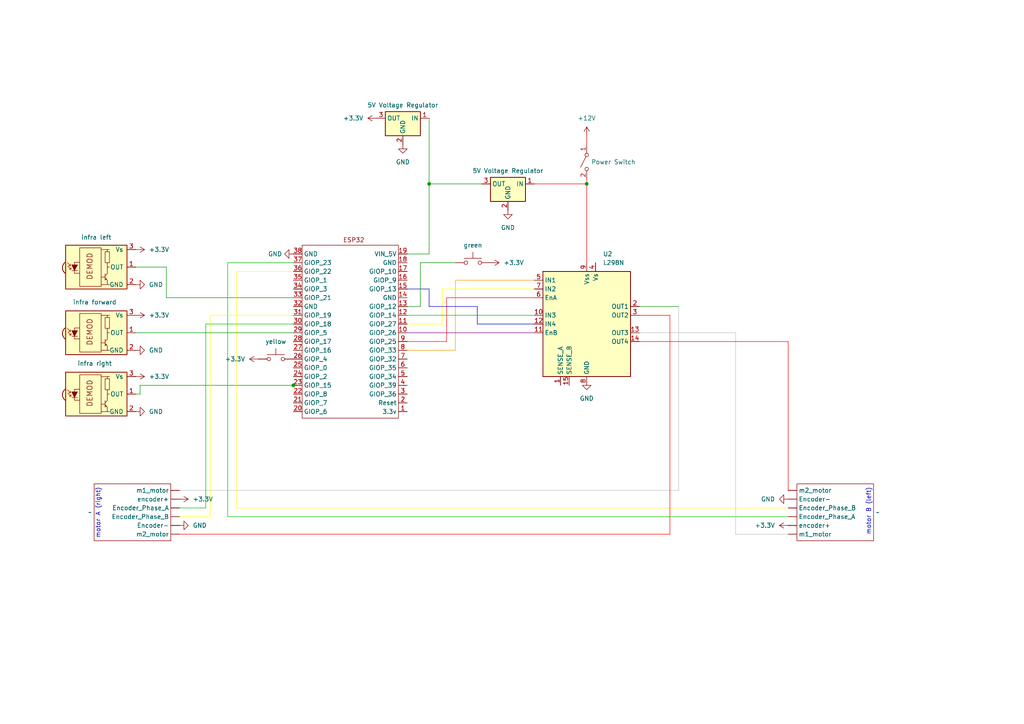
<source format=kicad_sch>
(kicad_sch
	(version 20250114)
	(generator "eeschema")
	(generator_version "9.0")
	(uuid "39efdeec-05bd-42dd-854d-3e301c01d785")
	(paper "A4")
	(lib_symbols
		(symbol "Converter_DCDC:OKI-78SR-12_1.0-W36-C"
			(exclude_from_sim no)
			(in_bom yes)
			(on_board yes)
			(property "Reference" "U"
				(at -3.81 3.175 0)
				(effects
					(font
						(size 1.27 1.27)
					)
				)
			)
			(property "Value" "OKI-78SR-12_1.0-W36-C"
				(at 0 3.175 0)
				(effects
					(font
						(size 1.27 1.27)
					)
					(justify left)
				)
			)
			(property "Footprint" "Converter_DCDC:Converter_DCDC_Murata_OKI-78SR_Vertical"
				(at 1.27 -6.35 0)
				(effects
					(font
						(size 1.27 1.27)
						(italic yes)
					)
					(justify left)
					(hide yes)
				)
			)
			(property "Datasheet" "https://power.murata.com/data/power/oki-78sr.pdf"
				(at 0 0 0)
				(effects
					(font
						(size 1.27 1.27)
					)
					(hide yes)
				)
			)
			(property "Description" "1.0A Step-Down DC/DC-Regulator, 15-36V input, 12V fixed Output Voltage, LM78xx replacement, -40°C to +85°C, OKI-78SR_Vertical"
				(at 0 0 0)
				(effects
					(font
						(size 1.27 1.27)
					)
					(hide yes)
				)
			)
			(property "ki_keywords" "dc-dc murata Step-Down DC/DC-Regulator"
				(at 0 0 0)
				(effects
					(font
						(size 1.27 1.27)
					)
					(hide yes)
				)
			)
			(property "ki_fp_filters" "Converter*DCDC*Murata*OKI*78SR*Vertical*"
				(at 0 0 0)
				(effects
					(font
						(size 1.27 1.27)
					)
					(hide yes)
				)
			)
			(symbol "OKI-78SR-12_1.0-W36-C_0_1"
				(rectangle
					(start -5.08 1.905)
					(end 5.08 -5.08)
					(stroke
						(width 0.254)
						(type default)
					)
					(fill
						(type background)
					)
				)
			)
			(symbol "OKI-78SR-12_1.0-W36-C_1_1"
				(pin power_in line
					(at -7.62 0 0)
					(length 2.54)
					(name "IN"
						(effects
							(font
								(size 1.27 1.27)
							)
						)
					)
					(number "1"
						(effects
							(font
								(size 1.27 1.27)
							)
						)
					)
				)
				(pin power_in line
					(at 0 -7.62 90)
					(length 2.54)
					(name "GND"
						(effects
							(font
								(size 1.27 1.27)
							)
						)
					)
					(number "2"
						(effects
							(font
								(size 1.27 1.27)
							)
						)
					)
				)
				(pin power_out line
					(at 7.62 0 180)
					(length 2.54)
					(name "OUT"
						(effects
							(font
								(size 1.27 1.27)
							)
						)
					)
					(number "3"
						(effects
							(font
								(size 1.27 1.27)
							)
						)
					)
				)
			)
			(embedded_fonts no)
		)
		(symbol "Driver_Motor:L298N"
			(exclude_from_sim no)
			(in_bom yes)
			(on_board yes)
			(property "Reference" "U"
				(at -10.16 16.51 0)
				(effects
					(font
						(size 1.27 1.27)
					)
					(justify right)
				)
			)
			(property "Value" "L298N"
				(at 12.7 16.51 0)
				(effects
					(font
						(size 1.27 1.27)
					)
					(justify right)
				)
			)
			(property "Footprint" "Package_TO_SOT_THT:TO-220-15_P2.54x5.08mm_StaggerOdd_Lead4.58mm_Vertical"
				(at 1.27 -16.51 0)
				(effects
					(font
						(size 1.27 1.27)
					)
					(justify left)
					(hide yes)
				)
			)
			(property "Datasheet" "http://www.st.com/st-web-ui/static/active/en/resource/technical/document/datasheet/CD00000240.pdf"
				(at 3.81 6.35 0)
				(effects
					(font
						(size 1.27 1.27)
					)
					(hide yes)
				)
			)
			(property "Description" "Dual full bridge motor driver, up to 46V, 4A, Multiwatt15-V"
				(at 0 0 0)
				(effects
					(font
						(size 1.27 1.27)
					)
					(hide yes)
				)
			)
			(property "ki_keywords" "H-bridge motor driver"
				(at 0 0 0)
				(effects
					(font
						(size 1.27 1.27)
					)
					(hide yes)
				)
			)
			(property "ki_fp_filters" "TO?220*StaggerOdd*Vertical*"
				(at 0 0 0)
				(effects
					(font
						(size 1.27 1.27)
					)
					(hide yes)
				)
			)
			(symbol "L298N_0_1"
				(rectangle
					(start -12.7 15.24)
					(end 12.7 -15.24)
					(stroke
						(width 0.254)
						(type default)
					)
					(fill
						(type background)
					)
				)
			)
			(symbol "L298N_1_1"
				(pin input line
					(at -15.24 12.7 0)
					(length 2.54)
					(name "IN1"
						(effects
							(font
								(size 1.27 1.27)
							)
						)
					)
					(number "5"
						(effects
							(font
								(size 1.27 1.27)
							)
						)
					)
				)
				(pin input line
					(at -15.24 10.16 0)
					(length 2.54)
					(name "IN2"
						(effects
							(font
								(size 1.27 1.27)
							)
						)
					)
					(number "7"
						(effects
							(font
								(size 1.27 1.27)
							)
						)
					)
				)
				(pin input line
					(at -15.24 7.62 0)
					(length 2.54)
					(name "EnA"
						(effects
							(font
								(size 1.27 1.27)
							)
						)
					)
					(number "6"
						(effects
							(font
								(size 1.27 1.27)
							)
						)
					)
				)
				(pin input line
					(at -15.24 2.54 0)
					(length 2.54)
					(name "IN3"
						(effects
							(font
								(size 1.27 1.27)
							)
						)
					)
					(number "10"
						(effects
							(font
								(size 1.27 1.27)
							)
						)
					)
				)
				(pin input line
					(at -15.24 0 0)
					(length 2.54)
					(name "IN4"
						(effects
							(font
								(size 1.27 1.27)
							)
						)
					)
					(number "12"
						(effects
							(font
								(size 1.27 1.27)
							)
						)
					)
				)
				(pin input line
					(at -15.24 -2.54 0)
					(length 2.54)
					(name "EnB"
						(effects
							(font
								(size 1.27 1.27)
							)
						)
					)
					(number "11"
						(effects
							(font
								(size 1.27 1.27)
							)
						)
					)
				)
				(pin input line
					(at -7.62 -17.78 90)
					(length 2.54)
					(name "SENSE_A"
						(effects
							(font
								(size 1.27 1.27)
							)
						)
					)
					(number "1"
						(effects
							(font
								(size 1.27 1.27)
							)
						)
					)
				)
				(pin input line
					(at -5.08 -17.78 90)
					(length 2.54)
					(name "SENSE_B"
						(effects
							(font
								(size 1.27 1.27)
							)
						)
					)
					(number "15"
						(effects
							(font
								(size 1.27 1.27)
							)
						)
					)
				)
				(pin power_in line
					(at 0 17.78 270)
					(length 2.54)
					(name "Vss"
						(effects
							(font
								(size 1.27 1.27)
							)
						)
					)
					(number "9"
						(effects
							(font
								(size 1.27 1.27)
							)
						)
					)
				)
				(pin power_in line
					(at 0 -17.78 90)
					(length 2.54)
					(name "GND"
						(effects
							(font
								(size 1.27 1.27)
							)
						)
					)
					(number "8"
						(effects
							(font
								(size 1.27 1.27)
							)
						)
					)
				)
				(pin power_in line
					(at 2.54 17.78 270)
					(length 2.54)
					(name "Vs"
						(effects
							(font
								(size 1.27 1.27)
							)
						)
					)
					(number "4"
						(effects
							(font
								(size 1.27 1.27)
							)
						)
					)
				)
				(pin output line
					(at 15.24 5.08 180)
					(length 2.54)
					(name "OUT1"
						(effects
							(font
								(size 1.27 1.27)
							)
						)
					)
					(number "2"
						(effects
							(font
								(size 1.27 1.27)
							)
						)
					)
				)
				(pin output line
					(at 15.24 2.54 180)
					(length 2.54)
					(name "OUT2"
						(effects
							(font
								(size 1.27 1.27)
							)
						)
					)
					(number "3"
						(effects
							(font
								(size 1.27 1.27)
							)
						)
					)
				)
				(pin output line
					(at 15.24 -2.54 180)
					(length 2.54)
					(name "OUT3"
						(effects
							(font
								(size 1.27 1.27)
							)
						)
					)
					(number "13"
						(effects
							(font
								(size 1.27 1.27)
							)
						)
					)
				)
				(pin output line
					(at 15.24 -5.08 180)
					(length 2.54)
					(name "OUT4"
						(effects
							(font
								(size 1.27 1.27)
							)
						)
					)
					(number "14"
						(effects
							(font
								(size 1.27 1.27)
							)
						)
					)
				)
			)
			(embedded_fonts no)
		)
		(symbol "Interface_Optical:TSDP341xx"
			(pin_names
				(offset 1.016)
			)
			(exclude_from_sim no)
			(in_bom yes)
			(on_board yes)
			(property "Reference" "U"
				(at -10.16 7.62 0)
				(effects
					(font
						(size 1.27 1.27)
					)
					(justify left)
				)
			)
			(property "Value" "TSDP341xx"
				(at -10.16 -7.62 0)
				(effects
					(font
						(size 1.27 1.27)
					)
					(justify left)
				)
			)
			(property "Footprint" "OptoDevice:Vishay_MOLD-3Pin"
				(at -1.27 -9.525 0)
				(effects
					(font
						(size 1.27 1.27)
					)
					(hide yes)
				)
			)
			(property "Datasheet" "http://www.vishay.com/docs/82667/tsdp341.pdf"
				(at 16.51 7.62 0)
				(effects
					(font
						(size 1.27 1.27)
					)
					(hide yes)
				)
			)
			(property "Description" "IR Receiver Modules for Data Transmission"
				(at 0 0 0)
				(effects
					(font
						(size 1.27 1.27)
					)
					(hide yes)
				)
			)
			(property "ki_keywords" "opto IR receiver"
				(at 0 0 0)
				(effects
					(font
						(size 1.27 1.27)
					)
					(hide yes)
				)
			)
			(property "ki_fp_filters" "Vishay*MOLD*"
				(at 0 0 0)
				(effects
					(font
						(size 1.27 1.27)
					)
					(hide yes)
				)
			)
			(symbol "TSDP341xx_0_0"
				(arc
					(start -10.287 -1.778)
					(mid -11.0899 -0.1905)
					(end -10.287 1.397)
					(stroke
						(width 0.254)
						(type default)
					)
					(fill
						(type background)
					)
				)
				(polyline
					(pts
						(xy 1.905 5.08) (xy 0.127 5.08)
					)
					(stroke
						(width 0)
						(type default)
					)
					(fill
						(type none)
					)
				)
				(polyline
					(pts
						(xy 1.905 -5.08) (xy 0.127 -5.08)
					)
					(stroke
						(width 0)
						(type default)
					)
					(fill
						(type none)
					)
				)
				(text "DEMOD"
					(at -3.175 0.254 900)
					(effects
						(font
							(size 1.524 1.524)
						)
					)
				)
			)
			(symbol "TSDP341xx_0_1"
				(polyline
					(pts
						(xy -8.763 0.381) (xy -9.652 1.27)
					)
					(stroke
						(width 0)
						(type default)
					)
					(fill
						(type none)
					)
				)
				(polyline
					(pts
						(xy -8.763 0.381) (xy -9.271 0.381)
					)
					(stroke
						(width 0)
						(type default)
					)
					(fill
						(type none)
					)
				)
				(polyline
					(pts
						(xy -8.763 0.381) (xy -8.763 0.889)
					)
					(stroke
						(width 0)
						(type default)
					)
					(fill
						(type none)
					)
				)
				(polyline
					(pts
						(xy -8.636 -0.635) (xy -9.525 0.254)
					)
					(stroke
						(width 0)
						(type default)
					)
					(fill
						(type none)
					)
				)
				(polyline
					(pts
						(xy -8.636 -0.635) (xy -9.144 -0.635)
					)
					(stroke
						(width 0)
						(type default)
					)
					(fill
						(type none)
					)
				)
				(polyline
					(pts
						(xy -8.636 -0.635) (xy -8.636 -0.127)
					)
					(stroke
						(width 0)
						(type default)
					)
					(fill
						(type none)
					)
				)
				(polyline
					(pts
						(xy -8.382 0.635) (xy -6.731 0.635) (xy -7.62 -1.016) (xy -8.382 0.635)
					)
					(stroke
						(width 0)
						(type default)
					)
					(fill
						(type outline)
					)
				)
				(polyline
					(pts
						(xy -8.382 -1.016) (xy -6.731 -1.016)
					)
					(stroke
						(width 0)
						(type default)
					)
					(fill
						(type none)
					)
				)
				(rectangle
					(start -6.096 5.588)
					(end 0.127 -5.588)
					(stroke
						(width 0)
						(type default)
					)
					(fill
						(type none)
					)
				)
				(polyline
					(pts
						(xy -6.096 1.397) (xy -7.62 1.397) (xy -7.62 -1.778) (xy -6.096 -1.778)
					)
					(stroke
						(width 0)
						(type default)
					)
					(fill
						(type none)
					)
				)
				(polyline
					(pts
						(xy 1.27 -1.905) (xy 1.27 -3.81)
					)
					(stroke
						(width 0)
						(type default)
					)
					(fill
						(type none)
					)
				)
				(polyline
					(pts
						(xy 1.27 -2.54) (xy 1.905 -1.905) (xy 1.905 0) (xy 2.54 0)
					)
					(stroke
						(width 0)
						(type default)
					)
					(fill
						(type none)
					)
				)
				(polyline
					(pts
						(xy 1.27 -2.921) (xy 0.127 -2.921)
					)
					(stroke
						(width 0)
						(type default)
					)
					(fill
						(type none)
					)
				)
				(polyline
					(pts
						(xy 1.27 -3.175) (xy 1.905 -3.81) (xy 1.905 -5.08) (xy 2.54 -5.08)
					)
					(stroke
						(width 0)
						(type default)
					)
					(fill
						(type none)
					)
				)
				(polyline
					(pts
						(xy 1.397 -3.556) (xy 1.524 -3.556)
					)
					(stroke
						(width 0)
						(type default)
					)
					(fill
						(type none)
					)
				)
				(polyline
					(pts
						(xy 1.651 -3.556) (xy 1.524 -3.556)
					)
					(stroke
						(width 0)
						(type default)
					)
					(fill
						(type none)
					)
				)
				(polyline
					(pts
						(xy 1.651 -3.556) (xy 1.651 -3.302)
					)
					(stroke
						(width 0)
						(type default)
					)
					(fill
						(type none)
					)
				)
				(polyline
					(pts
						(xy 1.905 4.445) (xy 1.905 5.08) (xy 2.54 5.08)
					)
					(stroke
						(width 0)
						(type default)
					)
					(fill
						(type none)
					)
				)
				(polyline
					(pts
						(xy 1.905 0) (xy 1.905 1.27)
					)
					(stroke
						(width 0)
						(type default)
					)
					(fill
						(type none)
					)
				)
				(rectangle
					(start 2.54 1.27)
					(end 1.27 4.445)
					(stroke
						(width 0)
						(type default)
					)
					(fill
						(type none)
					)
				)
				(rectangle
					(start 7.62 6.35)
					(end -10.16 -6.35)
					(stroke
						(width 0.254)
						(type default)
					)
					(fill
						(type background)
					)
				)
			)
			(symbol "TSDP341xx_1_1"
				(pin power_in line
					(at 10.16 5.08 180)
					(length 2.54)
					(name "Vs"
						(effects
							(font
								(size 1.27 1.27)
							)
						)
					)
					(number "3"
						(effects
							(font
								(size 1.27 1.27)
							)
						)
					)
				)
				(pin output line
					(at 10.16 0 180)
					(length 2.54)
					(name "OUT"
						(effects
							(font
								(size 1.27 1.27)
							)
						)
					)
					(number "1"
						(effects
							(font
								(size 1.27 1.27)
							)
						)
					)
				)
				(pin power_in line
					(at 10.16 -5.08 180)
					(length 2.54)
					(name "GND"
						(effects
							(font
								(size 1.27 1.27)
							)
						)
					)
					(number "2"
						(effects
							(font
								(size 1.27 1.27)
							)
						)
					)
				)
			)
			(embedded_fonts no)
		)
		(symbol "MCU_Espressif:ESP32-S3"
			(exclude_from_sim no)
			(in_bom yes)
			(on_board yes)
			(property "Reference" "U"
				(at 10.16 -38.1 0)
				(effects
					(font
						(size 1.27 1.27)
					)
					(hide yes)
				)
			)
			(property "Value" "ESP32-S3"
				(at 13.97 -40.64 0)
				(effects
					(font
						(size 1.27 1.27)
					)
					(hide yes)
				)
			)
			(property "Footprint" "Package_DFN_QFN:QFN-56-1EP_7x7mm_P0.4mm_EP4x4mm"
				(at 0 -48.26 0)
				(effects
					(font
						(size 1.27 1.27)
					)
					(hide yes)
				)
			)
			(property "Datasheet" "https://www.espressif.com/sites/default/files/documentation/esp32-s3_datasheet_en.pdf"
				(at 8.636 -52.832 0)
				(effects
					(font
						(size 1.27 1.27)
					)
					(hide yes)
				)
			)
			(property "Description" "Microcontroller, Wi-Fi 802.11b/g/n, Bluetooth, 32bit"
				(at 8.636 -52.832 0)
				(effects
					(font
						(size 1.27 1.27)
					)
					(hide yes)
				)
			)
			(property "ki_keywords" "Microcontroller Wi-Fi BT ESP ESP32 Espressif"
				(at 0 0 0)
				(effects
					(font
						(size 1.27 1.27)
					)
					(hide yes)
				)
			)
			(property "ki_fp_filters" "QFN*1EP*7x7mm*P0.4mm*"
				(at 0 0 0)
				(effects
					(font
						(size 1.27 1.27)
					)
					(hide yes)
				)
			)
			(symbol "ESP32-S3_0_1"
				(rectangle
					(start -27.94 33.02)
					(end 0 -17.145)
					(stroke
						(width 0)
						(type default)
					)
					(fill
						(type none)
					)
				)
			)
			(symbol "ESP32-S3_1_1"
				(text "ESP32"
					(at -14.986 34.544 0)
					(effects
						(font
							(size 1.27 1.27)
						)
					)
				)
				(pin bidirectional line
					(at -30.48 30.48 0)
					(length 2.54)
					(name "VIN_5V"
						(effects
							(font
								(size 1.27 1.27)
							)
						)
					)
					(number "19"
						(effects
							(font
								(size 1.27 1.27)
							)
						)
					)
				)
				(pin bidirectional line
					(at -30.48 27.94 0)
					(length 2.54)
					(name "GND"
						(effects
							(font
								(size 1.27 1.27)
							)
						)
					)
					(number "18"
						(effects
							(font
								(size 1.27 1.27)
							)
						)
					)
				)
				(pin bidirectional line
					(at -30.48 25.4 0)
					(length 2.54)
					(name "GIOP_10"
						(effects
							(font
								(size 1.27 1.27)
							)
						)
					)
					(number "17"
						(effects
							(font
								(size 1.27 1.27)
							)
						)
					)
				)
				(pin bidirectional line
					(at -30.48 22.86 0)
					(length 2.54)
					(name "GIOP_9"
						(effects
							(font
								(size 1.27 1.27)
							)
						)
					)
					(number "16"
						(effects
							(font
								(size 1.27 1.27)
							)
						)
					)
				)
				(pin bidirectional line
					(at -30.48 20.32 0)
					(length 2.54)
					(name "GIOP_13"
						(effects
							(font
								(size 1.27 1.27)
							)
						)
					)
					(number "15"
						(effects
							(font
								(size 1.27 1.27)
							)
						)
					)
				)
				(pin bidirectional line
					(at -30.48 17.78 0)
					(length 2.54)
					(name "GND"
						(effects
							(font
								(size 1.27 1.27)
							)
						)
					)
					(number "14"
						(effects
							(font
								(size 1.27 1.27)
							)
						)
					)
				)
				(pin bidirectional line
					(at -30.48 15.24 0)
					(length 2.54)
					(name "GIOP_12"
						(effects
							(font
								(size 1.27 1.27)
							)
						)
					)
					(number "13"
						(effects
							(font
								(size 1.27 1.27)
							)
						)
					)
				)
				(pin bidirectional line
					(at -30.48 12.7 0)
					(length 2.54)
					(name "GIOP_14"
						(effects
							(font
								(size 1.27 1.27)
							)
						)
					)
					(number "12"
						(effects
							(font
								(size 1.27 1.27)
							)
						)
					)
				)
				(pin bidirectional line
					(at -30.48 10.16 0)
					(length 2.54)
					(name "GIOP_27"
						(effects
							(font
								(size 1.27 1.27)
							)
						)
					)
					(number "11"
						(effects
							(font
								(size 1.27 1.27)
							)
						)
					)
				)
				(pin bidirectional line
					(at -30.48 7.62 0)
					(length 2.54)
					(name "GIOP_26"
						(effects
							(font
								(size 1.27 1.27)
							)
						)
					)
					(number "10"
						(effects
							(font
								(size 1.27 1.27)
							)
						)
					)
				)
				(pin bidirectional line
					(at -30.48 5.08 0)
					(length 2.54)
					(name "GIOP_25"
						(effects
							(font
								(size 1.27 1.27)
							)
						)
					)
					(number "9"
						(effects
							(font
								(size 1.27 1.27)
							)
						)
					)
				)
				(pin bidirectional line
					(at -30.48 2.54 0)
					(length 2.54)
					(name "GIOP_33"
						(effects
							(font
								(size 1.27 1.27)
							)
						)
					)
					(number "8"
						(effects
							(font
								(size 1.27 1.27)
							)
						)
					)
				)
				(pin bidirectional line
					(at -30.48 0 0)
					(length 2.54)
					(name "GIOP_32"
						(effects
							(font
								(size 1.27 1.27)
							)
						)
					)
					(number "7"
						(effects
							(font
								(size 1.27 1.27)
							)
						)
					)
				)
				(pin bidirectional line
					(at -30.48 -2.54 0)
					(length 2.54)
					(name "GIOP_35"
						(effects
							(font
								(size 1.27 1.27)
							)
						)
					)
					(number "6"
						(effects
							(font
								(size 1.27 1.27)
							)
						)
					)
				)
				(pin bidirectional line
					(at -30.48 -5.08 0)
					(length 2.54)
					(name "GIOP_34"
						(effects
							(font
								(size 1.27 1.27)
							)
						)
					)
					(number "5"
						(effects
							(font
								(size 1.27 1.27)
							)
						)
					)
				)
				(pin bidirectional line
					(at -30.48 -7.62 0)
					(length 2.54)
					(name "GIOP_39"
						(effects
							(font
								(size 1.27 1.27)
							)
						)
					)
					(number "4"
						(effects
							(font
								(size 1.27 1.27)
							)
						)
					)
				)
				(pin bidirectional line
					(at -30.48 -10.16 0)
					(length 2.54)
					(name "GIOP_36"
						(effects
							(font
								(size 1.27 1.27)
							)
						)
					)
					(number "3"
						(effects
							(font
								(size 1.27 1.27)
							)
						)
					)
				)
				(pin bidirectional line
					(at -30.48 -12.7 0)
					(length 2.54)
					(name "Reset"
						(effects
							(font
								(size 1.27 1.27)
							)
						)
					)
					(number "2"
						(effects
							(font
								(size 1.27 1.27)
							)
						)
					)
				)
				(pin output line
					(at -30.48 -15.24 0)
					(length 2.54)
					(name "3.3v"
						(effects
							(font
								(size 1.27 1.27)
							)
						)
					)
					(number "1"
						(effects
							(font
								(size 1.27 1.27)
							)
						)
					)
				)
				(pin bidirectional line
					(at 2.54 30.48 180)
					(length 2.54)
					(name "GND"
						(effects
							(font
								(size 1.27 1.27)
							)
						)
					)
					(number "38"
						(effects
							(font
								(size 1.27 1.27)
							)
						)
					)
				)
				(pin bidirectional line
					(at 2.54 27.94 180)
					(length 2.54)
					(name "GIOP_23"
						(effects
							(font
								(size 1.27 1.27)
							)
						)
					)
					(number "37"
						(effects
							(font
								(size 1.27 1.27)
							)
						)
					)
				)
				(pin bidirectional line
					(at 2.54 25.4 180)
					(length 2.54)
					(name "GIOP_22"
						(effects
							(font
								(size 1.27 1.27)
							)
						)
					)
					(number "36"
						(effects
							(font
								(size 1.27 1.27)
							)
						)
					)
				)
				(pin bidirectional line
					(at 2.54 22.86 180)
					(length 2.54)
					(name "GIOP_1"
						(effects
							(font
								(size 1.27 1.27)
							)
						)
					)
					(number "35"
						(effects
							(font
								(size 1.27 1.27)
							)
						)
					)
				)
				(pin bidirectional line
					(at 2.54 20.32 180)
					(length 2.54)
					(name "GIOP_3"
						(effects
							(font
								(size 1.27 1.27)
							)
						)
					)
					(number "34"
						(effects
							(font
								(size 1.27 1.27)
							)
						)
					)
				)
				(pin bidirectional line
					(at 2.54 17.78 180)
					(length 2.54)
					(name "GIOP_21"
						(effects
							(font
								(size 1.27 1.27)
							)
						)
					)
					(number "33"
						(effects
							(font
								(size 1.27 1.27)
							)
						)
					)
				)
				(pin bidirectional line
					(at 2.54 15.24 180)
					(length 2.54)
					(name "GND"
						(effects
							(font
								(size 1.27 1.27)
							)
						)
					)
					(number "32"
						(effects
							(font
								(size 1.27 1.27)
							)
						)
					)
				)
				(pin bidirectional line
					(at 2.54 12.7 180)
					(length 2.54)
					(name "GIOP_19"
						(effects
							(font
								(size 1.27 1.27)
							)
						)
					)
					(number "31"
						(effects
							(font
								(size 1.27 1.27)
							)
						)
					)
				)
				(pin bidirectional line
					(at 2.54 10.16 180)
					(length 2.54)
					(name "GIOP_18"
						(effects
							(font
								(size 1.27 1.27)
							)
						)
					)
					(number "30"
						(effects
							(font
								(size 1.27 1.27)
							)
						)
					)
				)
				(pin bidirectional line
					(at 2.54 7.62 180)
					(length 2.54)
					(name "GIOP_5"
						(effects
							(font
								(size 1.27 1.27)
							)
						)
					)
					(number "29"
						(effects
							(font
								(size 1.27 1.27)
							)
						)
					)
				)
				(pin bidirectional line
					(at 2.54 5.08 180)
					(length 2.54)
					(name "GIOP_17"
						(effects
							(font
								(size 1.27 1.27)
							)
						)
					)
					(number "28"
						(effects
							(font
								(size 1.27 1.27)
							)
						)
					)
				)
				(pin bidirectional line
					(at 2.54 2.54 180)
					(length 2.54)
					(name "GIOP_16"
						(effects
							(font
								(size 1.27 1.27)
							)
						)
					)
					(number "27"
						(effects
							(font
								(size 1.27 1.27)
							)
						)
					)
				)
				(pin bidirectional line
					(at 2.54 0 180)
					(length 2.54)
					(name "GIOP_4"
						(effects
							(font
								(size 1.27 1.27)
							)
						)
					)
					(number "26"
						(effects
							(font
								(size 1.27 1.27)
							)
						)
					)
				)
				(pin bidirectional line
					(at 2.54 -2.54 180)
					(length 2.54)
					(name "GIOP_0"
						(effects
							(font
								(size 1.27 1.27)
							)
						)
					)
					(number "25"
						(effects
							(font
								(size 1.27 1.27)
							)
						)
					)
				)
				(pin bidirectional line
					(at 2.54 -5.08 180)
					(length 2.54)
					(name "GIOP_2"
						(effects
							(font
								(size 1.27 1.27)
							)
						)
					)
					(number "24"
						(effects
							(font
								(size 1.27 1.27)
							)
						)
					)
				)
				(pin bidirectional line
					(at 2.54 -7.62 180)
					(length 2.54)
					(name "GIOP_15"
						(effects
							(font
								(size 1.27 1.27)
							)
						)
					)
					(number "23"
						(effects
							(font
								(size 1.27 1.27)
							)
						)
					)
				)
				(pin bidirectional line
					(at 2.54 -10.16 180)
					(length 2.54)
					(name "GIOP_8"
						(effects
							(font
								(size 1.27 1.27)
							)
						)
					)
					(number "22"
						(effects
							(font
								(size 1.27 1.27)
							)
						)
					)
				)
				(pin bidirectional line
					(at 2.54 -12.7 180)
					(length 2.54)
					(name "GIOP_7"
						(effects
							(font
								(size 1.27 1.27)
							)
						)
					)
					(number "21"
						(effects
							(font
								(size 1.27 1.27)
							)
						)
					)
				)
				(pin bidirectional line
					(at 2.54 -15.24 180)
					(length 2.54)
					(name "GIOP_6"
						(effects
							(font
								(size 1.27 1.27)
							)
						)
					)
					(number "20"
						(effects
							(font
								(size 1.27 1.27)
							)
						)
					)
				)
			)
			(embedded_fonts no)
		)
		(symbol "Switch:SW_Push"
			(pin_numbers
				(hide yes)
			)
			(pin_names
				(offset 1.016)
				(hide yes)
			)
			(exclude_from_sim no)
			(in_bom yes)
			(on_board yes)
			(property "Reference" "SW"
				(at 1.27 2.54 0)
				(effects
					(font
						(size 1.27 1.27)
					)
					(justify left)
				)
			)
			(property "Value" "SW_Push"
				(at 0 -1.524 0)
				(effects
					(font
						(size 1.27 1.27)
					)
				)
			)
			(property "Footprint" ""
				(at 0 5.08 0)
				(effects
					(font
						(size 1.27 1.27)
					)
					(hide yes)
				)
			)
			(property "Datasheet" "~"
				(at 0 5.08 0)
				(effects
					(font
						(size 1.27 1.27)
					)
					(hide yes)
				)
			)
			(property "Description" "Push button switch, generic, two pins"
				(at 0 0 0)
				(effects
					(font
						(size 1.27 1.27)
					)
					(hide yes)
				)
			)
			(property "ki_keywords" "switch normally-open pushbutton push-button"
				(at 0 0 0)
				(effects
					(font
						(size 1.27 1.27)
					)
					(hide yes)
				)
			)
			(symbol "SW_Push_0_1"
				(circle
					(center -2.032 0)
					(radius 0.508)
					(stroke
						(width 0)
						(type default)
					)
					(fill
						(type none)
					)
				)
				(polyline
					(pts
						(xy 0 1.27) (xy 0 3.048)
					)
					(stroke
						(width 0)
						(type default)
					)
					(fill
						(type none)
					)
				)
				(circle
					(center 2.032 0)
					(radius 0.508)
					(stroke
						(width 0)
						(type default)
					)
					(fill
						(type none)
					)
				)
				(polyline
					(pts
						(xy 2.54 1.27) (xy -2.54 1.27)
					)
					(stroke
						(width 0)
						(type default)
					)
					(fill
						(type none)
					)
				)
				(pin passive line
					(at -5.08 0 0)
					(length 2.54)
					(name "1"
						(effects
							(font
								(size 1.27 1.27)
							)
						)
					)
					(number "1"
						(effects
							(font
								(size 1.27 1.27)
							)
						)
					)
				)
				(pin passive line
					(at 5.08 0 180)
					(length 2.54)
					(name "2"
						(effects
							(font
								(size 1.27 1.27)
							)
						)
					)
					(number "2"
						(effects
							(font
								(size 1.27 1.27)
							)
						)
					)
				)
			)
			(embedded_fonts no)
		)
		(symbol "Switch:SW_SPST"
			(pin_names
				(offset 0)
				(hide yes)
			)
			(exclude_from_sim no)
			(in_bom yes)
			(on_board yes)
			(property "Reference" "SW"
				(at 0 3.175 0)
				(effects
					(font
						(size 1.27 1.27)
					)
				)
			)
			(property "Value" "SW_SPST"
				(at 0 -2.54 0)
				(effects
					(font
						(size 1.27 1.27)
					)
				)
			)
			(property "Footprint" ""
				(at 0 0 0)
				(effects
					(font
						(size 1.27 1.27)
					)
					(hide yes)
				)
			)
			(property "Datasheet" "~"
				(at 0 0 0)
				(effects
					(font
						(size 1.27 1.27)
					)
					(hide yes)
				)
			)
			(property "Description" "Single Pole Single Throw (SPST) switch"
				(at 0 0 0)
				(effects
					(font
						(size 1.27 1.27)
					)
					(hide yes)
				)
			)
			(property "ki_keywords" "switch lever"
				(at 0 0 0)
				(effects
					(font
						(size 1.27 1.27)
					)
					(hide yes)
				)
			)
			(symbol "SW_SPST_0_0"
				(circle
					(center -2.032 0)
					(radius 0.508)
					(stroke
						(width 0)
						(type default)
					)
					(fill
						(type none)
					)
				)
				(polyline
					(pts
						(xy -1.524 0.254) (xy 1.524 1.778)
					)
					(stroke
						(width 0)
						(type default)
					)
					(fill
						(type none)
					)
				)
				(circle
					(center 2.032 0)
					(radius 0.508)
					(stroke
						(width 0)
						(type default)
					)
					(fill
						(type none)
					)
				)
			)
			(symbol "SW_SPST_1_1"
				(pin passive line
					(at -5.08 0 0)
					(length 2.54)
					(name "A"
						(effects
							(font
								(size 1.27 1.27)
							)
						)
					)
					(number "1"
						(effects
							(font
								(size 1.27 1.27)
							)
						)
					)
				)
				(pin passive line
					(at 5.08 0 180)
					(length 2.54)
					(name "B"
						(effects
							(font
								(size 1.27 1.27)
							)
						)
					)
					(number "2"
						(effects
							(font
								(size 1.27 1.27)
							)
						)
					)
				)
			)
			(embedded_fonts no)
		)
		(symbol "micromouse:n20+encoder"
			(exclude_from_sim no)
			(in_bom yes)
			(on_board yes)
			(property "Reference" "U"
				(at 0 0 0)
				(effects
					(font
						(size 1.27 1.27)
					)
					(hide yes)
				)
			)
			(property "Value" ""
				(at 0 0 0)
				(effects
					(font
						(size 1.27 1.27)
					)
				)
			)
			(property "Footprint" ""
				(at 0 0 0)
				(effects
					(font
						(size 1.27 1.27)
					)
					(hide yes)
				)
			)
			(property "Datasheet" ""
				(at 0 0 0)
				(effects
					(font
						(size 1.27 1.27)
					)
					(hide yes)
				)
			)
			(property "Description" ""
				(at 0 0 0)
				(effects
					(font
						(size 1.27 1.27)
					)
					(hide yes)
				)
			)
			(symbol "n20+encoder_0_1"
				(rectangle
					(start -3.175 22.225)
					(end 13.335 0)
					(stroke
						(width 0)
						(type default)
					)
					(fill
						(type none)
					)
				)
			)
			(symbol "n20+encoder_1_1"
				(pin input line
					(at -1.27 -2.54 90)
					(length 2.54)
					(name "m2_motor"
						(effects
							(font
								(size 1.27 1.27)
							)
						)
					)
					(number ""
						(effects
							(font
								(size 1.27 1.27)
							)
						)
					)
				)
				(pin input line
					(at 1.27 -2.54 90)
					(length 2.54)
					(name "Encoder-"
						(effects
							(font
								(size 1.27 1.27)
							)
						)
					)
					(number ""
						(effects
							(font
								(size 1.27 1.27)
							)
						)
					)
				)
				(pin output line
					(at 3.81 -2.54 90)
					(length 2.54)
					(name "Encoder_Phase_B"
						(effects
							(font
								(size 1.27 1.27)
							)
						)
					)
					(number ""
						(effects
							(font
								(size 1.27 1.27)
							)
						)
					)
				)
				(pin output line
					(at 6.35 -2.54 90)
					(length 2.54)
					(name "Encoder_Phase_A"
						(effects
							(font
								(size 1.27 1.27)
							)
						)
					)
					(number ""
						(effects
							(font
								(size 1.27 1.27)
							)
						)
					)
				)
				(pin input line
					(at 8.89 -2.54 90)
					(length 2.54)
					(name "encoder+"
						(effects
							(font
								(size 1.27 1.27)
							)
						)
					)
					(number ""
						(effects
							(font
								(size 1.27 1.27)
							)
						)
					)
				)
				(pin input line
					(at 11.43 -2.54 90)
					(length 2.54)
					(name "m1_motor"
						(effects
							(font
								(size 1.27 1.27)
							)
						)
					)
					(number ""
						(effects
							(font
								(size 1.27 1.27)
							)
						)
					)
				)
			)
			(embedded_fonts no)
		)
		(symbol "n20+encoder_1"
			(exclude_from_sim no)
			(in_bom yes)
			(on_board yes)
			(property "Reference" "U"
				(at 0 0 0)
				(effects
					(font
						(size 1.27 1.27)
					)
					(hide yes)
				)
			)
			(property "Value" ""
				(at 0 0 0)
				(effects
					(font
						(size 1.27 1.27)
					)
				)
			)
			(property "Footprint" ""
				(at 0 0 0)
				(effects
					(font
						(size 1.27 1.27)
					)
					(hide yes)
				)
			)
			(property "Datasheet" ""
				(at 0 0 0)
				(effects
					(font
						(size 1.27 1.27)
					)
					(hide yes)
				)
			)
			(property "Description" ""
				(at 0 0 0)
				(effects
					(font
						(size 1.27 1.27)
					)
					(hide yes)
				)
			)
			(symbol "n20+encoder_1_0_1"
				(rectangle
					(start -3.175 22.225)
					(end 13.335 0)
					(stroke
						(width 0)
						(type default)
					)
					(fill
						(type none)
					)
				)
			)
			(symbol "n20+encoder_1_1_1"
				(pin input line
					(at -1.27 -2.54 90)
					(length 2.54)
					(name "m2_motor"
						(effects
							(font
								(size 1.27 1.27)
							)
						)
					)
					(number ""
						(effects
							(font
								(size 1.27 1.27)
							)
						)
					)
				)
				(pin input line
					(at 1.27 -2.54 90)
					(length 2.54)
					(name "Encoder-"
						(effects
							(font
								(size 1.27 1.27)
							)
						)
					)
					(number ""
						(effects
							(font
								(size 1.27 1.27)
							)
						)
					)
				)
				(pin output line
					(at 3.81 -2.54 90)
					(length 2.54)
					(name "Encoder_Phase_B"
						(effects
							(font
								(size 1.27 1.27)
							)
						)
					)
					(number ""
						(effects
							(font
								(size 1.27 1.27)
							)
						)
					)
				)
				(pin output line
					(at 6.35 -2.54 90)
					(length 2.54)
					(name "Encoder_Phase_A"
						(effects
							(font
								(size 1.27 1.27)
							)
						)
					)
					(number ""
						(effects
							(font
								(size 1.27 1.27)
							)
						)
					)
				)
				(pin input line
					(at 8.89 -2.54 90)
					(length 2.54)
					(name "encoder+"
						(effects
							(font
								(size 1.27 1.27)
							)
						)
					)
					(number ""
						(effects
							(font
								(size 1.27 1.27)
							)
						)
					)
				)
				(pin input line
					(at 11.43 -2.54 90)
					(length 2.54)
					(name "m1_motor"
						(effects
							(font
								(size 1.27 1.27)
							)
						)
					)
					(number ""
						(effects
							(font
								(size 1.27 1.27)
							)
						)
					)
				)
			)
			(embedded_fonts no)
		)
		(symbol "power:+12V"
			(power)
			(pin_numbers
				(hide yes)
			)
			(pin_names
				(offset 0)
				(hide yes)
			)
			(exclude_from_sim no)
			(in_bom yes)
			(on_board yes)
			(property "Reference" "#PWR"
				(at 0 -3.81 0)
				(effects
					(font
						(size 1.27 1.27)
					)
					(hide yes)
				)
			)
			(property "Value" "+12V"
				(at 0 3.556 0)
				(effects
					(font
						(size 1.27 1.27)
					)
				)
			)
			(property "Footprint" ""
				(at 0 0 0)
				(effects
					(font
						(size 1.27 1.27)
					)
					(hide yes)
				)
			)
			(property "Datasheet" ""
				(at 0 0 0)
				(effects
					(font
						(size 1.27 1.27)
					)
					(hide yes)
				)
			)
			(property "Description" "Power symbol creates a global label with name \"+12V\""
				(at 0 0 0)
				(effects
					(font
						(size 1.27 1.27)
					)
					(hide yes)
				)
			)
			(property "ki_keywords" "global power"
				(at 0 0 0)
				(effects
					(font
						(size 1.27 1.27)
					)
					(hide yes)
				)
			)
			(symbol "+12V_0_1"
				(polyline
					(pts
						(xy -0.762 1.27) (xy 0 2.54)
					)
					(stroke
						(width 0)
						(type default)
					)
					(fill
						(type none)
					)
				)
				(polyline
					(pts
						(xy 0 2.54) (xy 0.762 1.27)
					)
					(stroke
						(width 0)
						(type default)
					)
					(fill
						(type none)
					)
				)
				(polyline
					(pts
						(xy 0 0) (xy 0 2.54)
					)
					(stroke
						(width 0)
						(type default)
					)
					(fill
						(type none)
					)
				)
			)
			(symbol "+12V_1_1"
				(pin power_in line
					(at 0 0 90)
					(length 0)
					(name "~"
						(effects
							(font
								(size 1.27 1.27)
							)
						)
					)
					(number "1"
						(effects
							(font
								(size 1.27 1.27)
							)
						)
					)
				)
			)
			(embedded_fonts no)
		)
		(symbol "power:+3.3V"
			(power)
			(pin_numbers
				(hide yes)
			)
			(pin_names
				(offset 0)
				(hide yes)
			)
			(exclude_from_sim no)
			(in_bom yes)
			(on_board yes)
			(property "Reference" "#PWR"
				(at 0 -3.81 0)
				(effects
					(font
						(size 1.27 1.27)
					)
					(hide yes)
				)
			)
			(property "Value" "+3.3V"
				(at 0 3.556 0)
				(effects
					(font
						(size 1.27 1.27)
					)
				)
			)
			(property "Footprint" ""
				(at 0 0 0)
				(effects
					(font
						(size 1.27 1.27)
					)
					(hide yes)
				)
			)
			(property "Datasheet" ""
				(at 0 0 0)
				(effects
					(font
						(size 1.27 1.27)
					)
					(hide yes)
				)
			)
			(property "Description" "Power symbol creates a global label with name \"+3.3V\""
				(at 0 0 0)
				(effects
					(font
						(size 1.27 1.27)
					)
					(hide yes)
				)
			)
			(property "ki_keywords" "global power"
				(at 0 0 0)
				(effects
					(font
						(size 1.27 1.27)
					)
					(hide yes)
				)
			)
			(symbol "+3.3V_0_1"
				(polyline
					(pts
						(xy -0.762 1.27) (xy 0 2.54)
					)
					(stroke
						(width 0)
						(type default)
					)
					(fill
						(type none)
					)
				)
				(polyline
					(pts
						(xy 0 2.54) (xy 0.762 1.27)
					)
					(stroke
						(width 0)
						(type default)
					)
					(fill
						(type none)
					)
				)
				(polyline
					(pts
						(xy 0 0) (xy 0 2.54)
					)
					(stroke
						(width 0)
						(type default)
					)
					(fill
						(type none)
					)
				)
			)
			(symbol "+3.3V_1_1"
				(pin power_in line
					(at 0 0 90)
					(length 0)
					(name "~"
						(effects
							(font
								(size 1.27 1.27)
							)
						)
					)
					(number "1"
						(effects
							(font
								(size 1.27 1.27)
							)
						)
					)
				)
			)
			(embedded_fonts no)
		)
		(symbol "power:GND"
			(power)
			(pin_numbers
				(hide yes)
			)
			(pin_names
				(offset 0)
				(hide yes)
			)
			(exclude_from_sim no)
			(in_bom yes)
			(on_board yes)
			(property "Reference" "#PWR"
				(at 0 -6.35 0)
				(effects
					(font
						(size 1.27 1.27)
					)
					(hide yes)
				)
			)
			(property "Value" "GND"
				(at 0 -3.81 0)
				(effects
					(font
						(size 1.27 1.27)
					)
				)
			)
			(property "Footprint" ""
				(at 0 0 0)
				(effects
					(font
						(size 1.27 1.27)
					)
					(hide yes)
				)
			)
			(property "Datasheet" ""
				(at 0 0 0)
				(effects
					(font
						(size 1.27 1.27)
					)
					(hide yes)
				)
			)
			(property "Description" "Power symbol creates a global label with name \"GND\" , ground"
				(at 0 0 0)
				(effects
					(font
						(size 1.27 1.27)
					)
					(hide yes)
				)
			)
			(property "ki_keywords" "global power"
				(at 0 0 0)
				(effects
					(font
						(size 1.27 1.27)
					)
					(hide yes)
				)
			)
			(symbol "GND_0_1"
				(polyline
					(pts
						(xy 0 0) (xy 0 -1.27) (xy 1.27 -1.27) (xy 0 -2.54) (xy -1.27 -1.27) (xy 0 -1.27)
					)
					(stroke
						(width 0)
						(type default)
					)
					(fill
						(type none)
					)
				)
			)
			(symbol "GND_1_1"
				(pin power_in line
					(at 0 0 270)
					(length 0)
					(name "~"
						(effects
							(font
								(size 1.27 1.27)
							)
						)
					)
					(number "1"
						(effects
							(font
								(size 1.27 1.27)
							)
						)
					)
				)
			)
			(embedded_fonts no)
		)
	)
	(text "motor B (left)"
		(exclude_from_sim no)
		(at 251.968 148.336 90)
		(effects
			(font
				(size 1.27 1.27)
			)
		)
		(uuid "c9d59f74-1528-45b8-87d9-d1d044c91dfd")
	)
	(text "motor A (right)"
		(exclude_from_sim no)
		(at 28.448 148.844 90)
		(effects
			(font
				(size 1.27 1.27)
			)
		)
		(uuid "d8a5acf2-993c-41b2-9489-5f7ff1331ed2")
	)
	(junction
		(at 124.46 53.34)
		(diameter 0)
		(color 0 0 0 0)
		(uuid "5b0d3f93-886b-4f28-a4d7-600570816a67")
	)
	(junction
		(at 170.18 53.34)
		(diameter 0)
		(color 0 0 0 0)
		(uuid "94b5e2c1-bb3c-4ad2-a816-42297906738d")
	)
	(junction
		(at 85.09 111.76)
		(diameter 0)
		(color 0 0 0 0)
		(uuid "f58cbe20-2804-4544-88a9-b079661cd003")
	)
	(wire
		(pts
			(xy 48.26 86.36) (xy 85.09 86.36)
		)
		(stroke
			(width 0)
			(type default)
		)
		(uuid "099851de-96dc-43aa-9a8b-ee62db97f929")
	)
	(wire
		(pts
			(xy 138.43 93.98) (xy 138.43 88.9)
		)
		(stroke
			(width 0)
			(type default)
			(color 0 0 194 1)
		)
		(uuid "1294c99d-b080-4ce0-9eb7-30156c1565ce")
	)
	(wire
		(pts
			(xy 124.46 83.82) (xy 118.11 83.82)
		)
		(stroke
			(width 0)
			(type default)
			(color 0 0 194 1)
		)
		(uuid "20f4caf2-da71-447f-9811-faa4aaebdb25")
	)
	(wire
		(pts
			(xy 132.08 101.6) (xy 118.11 101.6)
		)
		(stroke
			(width 0)
			(type default)
			(color 255 153 0 1)
		)
		(uuid "2117aed3-81ac-40a5-88cb-56bf4eed3324")
	)
	(wire
		(pts
			(xy 52.07 142.24) (xy 196.85 142.24)
		)
		(stroke
			(width 0)
			(type default)
			(color 194 194 194 1)
		)
		(uuid "225b29e1-46de-48a0-9617-cb396b80977f")
	)
	(wire
		(pts
			(xy 118.11 96.52) (xy 154.94 96.52)
		)
		(stroke
			(width 0)
			(type default)
			(color 132 0 132 1)
		)
		(uuid "296071bb-2089-4235-98a0-debdb034409f")
	)
	(wire
		(pts
			(xy 85.09 91.44) (xy 60.96 91.44)
		)
		(stroke
			(width 0)
			(type default)
			(color 255 255 0 1)
		)
		(uuid "2a0d2305-16b3-453e-b905-9d542bf7f698")
	)
	(wire
		(pts
			(xy 118.11 91.44) (xy 154.94 91.44)
		)
		(stroke
			(width 0)
			(type default)
			(color 0 194 0 1)
		)
		(uuid "2b067631-f287-401c-814f-99ed97355821")
	)
	(wire
		(pts
			(xy 40.64 111.76) (xy 85.09 111.76)
		)
		(stroke
			(width 0)
			(type default)
		)
		(uuid "33cfd657-f76d-4b0f-95c6-a210353a7376")
	)
	(wire
		(pts
			(xy 66.04 149.86) (xy 228.6 149.86)
		)
		(stroke
			(width 0)
			(type default)
			(color 0 194 0 1)
		)
		(uuid "3b123795-df0b-485d-80ae-c338f0bbd2fb")
	)
	(wire
		(pts
			(xy 39.37 77.47) (xy 48.26 77.47)
		)
		(stroke
			(width 0)
			(type default)
		)
		(uuid "3bb4219b-2bdd-4ea2-9b44-489b05a71ce2")
	)
	(wire
		(pts
			(xy 85.09 111.76) (xy 86.36 111.76)
		)
		(stroke
			(width 0)
			(type default)
		)
		(uuid "3e92b1dc-f476-473e-baf4-3bb79af40351")
	)
	(wire
		(pts
			(xy 154.94 83.82) (xy 128.27 83.82)
		)
		(stroke
			(width 0)
			(type default)
			(color 255 255 0 1)
		)
		(uuid "446b8a71-1e62-433e-ab16-ae10460e0c0a")
	)
	(wire
		(pts
			(xy 124.46 53.34) (xy 124.46 73.66)
		)
		(stroke
			(width 0)
			(type default)
		)
		(uuid "480f424e-4a58-4543-8c4e-dd884ecb1320")
	)
	(wire
		(pts
			(xy 213.36 96.52) (xy 185.42 96.52)
		)
		(stroke
			(width 0)
			(type default)
			(color 194 194 194 1)
		)
		(uuid "493108b1-249f-4060-b9e2-17cac11ae3ee")
	)
	(wire
		(pts
			(xy 124.46 88.9) (xy 124.46 83.82)
		)
		(stroke
			(width 0)
			(type default)
			(color 0 0 194 1)
		)
		(uuid "505a2912-7dc0-495b-af5d-036fed913c24")
	)
	(wire
		(pts
			(xy 213.36 154.94) (xy 213.36 96.52)
		)
		(stroke
			(width 0)
			(type default)
			(color 194 194 194 1)
		)
		(uuid "51a32094-4176-4554-a278-9b5ec9b94f3d")
	)
	(wire
		(pts
			(xy 68.58 147.32) (xy 68.58 78.74)
		)
		(stroke
			(width 0)
			(type default)
			(color 255 255 0 1)
		)
		(uuid "55534cb8-9019-41a6-837d-9370d55d5409")
	)
	(wire
		(pts
			(xy 68.58 78.74) (xy 85.09 78.74)
		)
		(stroke
			(width 0)
			(type default)
			(color 255 255 0 1)
		)
		(uuid "5f110f29-b11e-49cb-b2c0-85572bd12c5f")
	)
	(wire
		(pts
			(xy 85.09 93.98) (xy 59.69 93.98)
		)
		(stroke
			(width 0)
			(type default)
			(color 0 194 0 1)
		)
		(uuid "6e3f2c55-567c-4e44-9f7b-f3044fbfd6c1")
	)
	(wire
		(pts
			(xy 118.11 88.9) (xy 121.92 88.9)
		)
		(stroke
			(width 0)
			(type default)
		)
		(uuid "76ddde4c-668e-4006-87ec-ba5b3d6d938c")
	)
	(wire
		(pts
			(xy 60.96 149.86) (xy 52.07 149.86)
		)
		(stroke
			(width 0)
			(type default)
			(color 255 255 0 1)
		)
		(uuid "7a3d9129-fcbb-461a-9a15-da2d1871d79c")
	)
	(wire
		(pts
			(xy 154.94 53.34) (xy 170.18 53.34)
		)
		(stroke
			(width 0)
			(type default)
			(color 255 0 0 1)
		)
		(uuid "7e2b4e7a-e5bf-4138-b714-2a20ba20435b")
	)
	(wire
		(pts
			(xy 154.94 81.28) (xy 132.08 81.28)
		)
		(stroke
			(width 0)
			(type default)
			(color 255 153 0 1)
		)
		(uuid "837db1bb-b656-4aa4-8764-11f956345a9c")
	)
	(wire
		(pts
			(xy 228.6 154.94) (xy 213.36 154.94)
		)
		(stroke
			(width 0)
			(type default)
			(color 194 194 194 1)
		)
		(uuid "837f08a9-2798-4e51-b9c8-4aa676c6ad47")
	)
	(wire
		(pts
			(xy 132.08 81.28) (xy 132.08 101.6)
		)
		(stroke
			(width 0)
			(type default)
			(color 255 153 0 1)
		)
		(uuid "84a26a3a-8e1f-4b05-b997-3e125f8c2e21")
	)
	(wire
		(pts
			(xy 129.54 86.36) (xy 129.54 99.06)
		)
		(stroke
			(width 0)
			(type default)
			(color 255 0 0 1)
		)
		(uuid "85bb7c88-d0f1-457d-bf8d-5eb62a159a13")
	)
	(wire
		(pts
			(xy 66.04 76.2) (xy 85.09 76.2)
		)
		(stroke
			(width 0)
			(type default)
			(color 0 194 0 1)
		)
		(uuid "86083c45-2c7c-4f2e-be37-eb1c1de5535c")
	)
	(wire
		(pts
			(xy 129.54 99.06) (xy 118.11 99.06)
		)
		(stroke
			(width 0)
			(type default)
			(color 255 0 0 1)
		)
		(uuid "87561cb8-e9e1-4e9a-8359-52bf0053b434")
	)
	(wire
		(pts
			(xy 121.92 88.9) (xy 121.92 76.2)
		)
		(stroke
			(width 0)
			(type default)
		)
		(uuid "8e4aa14c-1250-4a88-b6e0-de7cd18ecc40")
	)
	(wire
		(pts
			(xy 39.37 96.52) (xy 85.09 96.52)
		)
		(stroke
			(width 0)
			(type default)
		)
		(uuid "9a4eeccb-ae95-49bc-a81c-b210d353d9b4")
	)
	(wire
		(pts
			(xy 185.42 99.06) (xy 228.6 99.06)
		)
		(stroke
			(width 0)
			(type default)
			(color 255 0 0 1)
		)
		(uuid "9ed2fa47-f66e-4731-ba6f-ab6d6da4f81b")
	)
	(wire
		(pts
			(xy 170.18 76.2) (xy 170.18 53.34)
		)
		(stroke
			(width 0)
			(type default)
			(color 255 0 0 1)
		)
		(uuid "a35a6bda-48fd-4f7e-b070-c82dd3636676")
	)
	(wire
		(pts
			(xy 60.96 91.44) (xy 60.96 149.86)
		)
		(stroke
			(width 0)
			(type default)
			(color 255 255 0 1)
		)
		(uuid "a3c8f9bb-bc80-4bca-801c-1875bf794433")
	)
	(wire
		(pts
			(xy 170.18 39.37) (xy 170.18 41.91)
		)
		(stroke
			(width 0)
			(type default)
			(color 255 0 0 1)
		)
		(uuid "a5270139-c5e6-4e05-91c6-b5b552047b1f")
	)
	(wire
		(pts
			(xy 66.04 149.86) (xy 66.04 76.2)
		)
		(stroke
			(width 0)
			(type default)
			(color 0 194 0 1)
		)
		(uuid "a9075f22-6bb7-45de-ae54-a54cc093ebc3")
	)
	(wire
		(pts
			(xy 194.31 154.94) (xy 194.31 91.44)
		)
		(stroke
			(width 0)
			(type default)
			(color 255 0 0 1)
		)
		(uuid "aef27c2c-2099-4034-b8e4-5b36c7c22bbb")
	)
	(wire
		(pts
			(xy 40.64 114.3) (xy 39.37 114.3)
		)
		(stroke
			(width 0)
			(type default)
		)
		(uuid "b4df9c4b-8ccb-4f6d-9164-9c5bebaff8dc")
	)
	(wire
		(pts
			(xy 196.85 88.9) (xy 185.42 88.9)
		)
		(stroke
			(width 0)
			(type default)
		)
		(uuid "b501b982-3115-488c-97b7-d7003ad024d1")
	)
	(wire
		(pts
			(xy 124.46 53.34) (xy 139.7 53.34)
		)
		(stroke
			(width 0)
			(type default)
		)
		(uuid "b94d42d4-dcdb-498e-ba58-1511ad049471")
	)
	(wire
		(pts
			(xy 194.31 91.44) (xy 185.42 91.44)
		)
		(stroke
			(width 0)
			(type default)
			(color 255 0 0 1)
		)
		(uuid "c14ef460-e3c0-45c2-9f11-25e152cb4e2d")
	)
	(wire
		(pts
			(xy 40.64 114.3) (xy 40.64 111.76)
		)
		(stroke
			(width 0)
			(type default)
		)
		(uuid "c6057a82-67e9-461c-bd60-b2ed6986ce17")
	)
	(wire
		(pts
			(xy 59.69 147.32) (xy 52.07 147.32)
		)
		(stroke
			(width 0)
			(type default)
			(color 0 194 0 1)
		)
		(uuid "c6e870bb-9d03-47e9-b375-c86a21c47d7c")
	)
	(wire
		(pts
			(xy 59.69 93.98) (xy 59.69 147.32)
		)
		(stroke
			(width 0)
			(type default)
			(color 0 194 0 1)
		)
		(uuid "d15fa128-c5b6-46d0-bc49-7b8cb6504706")
	)
	(wire
		(pts
			(xy 154.94 86.36) (xy 129.54 86.36)
		)
		(stroke
			(width 0)
			(type default)
			(color 255 0 0 1)
		)
		(uuid "d832982e-7499-4458-bb2f-0b5d035545f1")
	)
	(wire
		(pts
			(xy 154.94 93.98) (xy 138.43 93.98)
		)
		(stroke
			(width 0)
			(type default)
			(color 0 0 194 1)
		)
		(uuid "d877e509-a85b-4e0f-b7bd-cf8dac34aa8d")
	)
	(wire
		(pts
			(xy 170.18 52.07) (xy 170.18 53.34)
		)
		(stroke
			(width 0)
			(type default)
			(color 255 0 0 1)
		)
		(uuid "d91777c5-278b-4800-8cde-fbec72135042")
	)
	(wire
		(pts
			(xy 52.07 154.94) (xy 194.31 154.94)
		)
		(stroke
			(width 0)
			(type default)
			(color 255 0 0 1)
		)
		(uuid "dd74046c-d2f1-4f04-9b41-ac9437230d75")
	)
	(wire
		(pts
			(xy 124.46 53.34) (xy 124.46 34.29)
		)
		(stroke
			(width 0)
			(type default)
		)
		(uuid "de26959c-c993-4088-8a0f-d6bf2c8758e8")
	)
	(wire
		(pts
			(xy 121.92 76.2) (xy 132.08 76.2)
		)
		(stroke
			(width 0)
			(type default)
		)
		(uuid "e65ab253-e850-4853-95a0-181f96fc4c59")
	)
	(wire
		(pts
			(xy 170.18 111.76) (xy 170.18 110.49)
		)
		(stroke
			(width 0)
			(type default)
		)
		(uuid "ee49859f-74b1-464a-a0d2-8a0cee61a75e")
	)
	(wire
		(pts
			(xy 196.85 142.24) (xy 196.85 88.9)
		)
		(stroke
			(width 0)
			(type default)
			(color 194 194 194 1)
		)
		(uuid "eecb9371-ed8d-4977-b3d6-a3ff7bb89e25")
	)
	(wire
		(pts
			(xy 68.58 147.32) (xy 228.6 147.32)
		)
		(stroke
			(width 0)
			(type default)
			(color 255 255 0 1)
		)
		(uuid "f035c392-c3bb-461f-a308-dbe7f182d70d")
	)
	(wire
		(pts
			(xy 228.6 142.24) (xy 228.6 99.06)
		)
		(stroke
			(width 0)
			(type default)
			(color 255 0 0 1)
		)
		(uuid "f16320ff-d735-483c-ab5b-9d0a7c34edc4")
	)
	(wire
		(pts
			(xy 138.43 88.9) (xy 124.46 88.9)
		)
		(stroke
			(width 0)
			(type default)
			(color 0 0 194 1)
		)
		(uuid "f241b1da-f1ed-4484-8b1d-4a3d1ec28ea6")
	)
	(wire
		(pts
			(xy 48.26 77.47) (xy 48.26 86.36)
		)
		(stroke
			(width 0)
			(type default)
		)
		(uuid "f2a209d2-bd50-4fa6-a747-a325fddc5f00")
	)
	(wire
		(pts
			(xy 128.27 83.82) (xy 128.27 93.98)
		)
		(stroke
			(width 0)
			(type default)
			(color 255 255 0 1)
		)
		(uuid "f408e2a0-3c53-4bf8-ab9c-b4f437816b9a")
	)
	(wire
		(pts
			(xy 124.46 73.66) (xy 118.11 73.66)
		)
		(stroke
			(width 0)
			(type default)
		)
		(uuid "f689a820-62ac-47a2-91ee-6cbfbb158e9b")
	)
	(wire
		(pts
			(xy 128.27 93.98) (xy 118.11 93.98)
		)
		(stroke
			(width 0)
			(type default)
			(color 255 255 0 1)
		)
		(uuid "fc95ade3-507c-4518-96a6-142b9f9a6727")
	)
	(symbol
		(lib_name "n20+encoder_1")
		(lib_id "micromouse:n20+encoder")
		(at 49.53 153.67 90)
		(unit 1)
		(exclude_from_sim no)
		(in_bom yes)
		(on_board yes)
		(dnp no)
		(fields_autoplaced yes)
		(uuid "0b40aeac-3ca4-45d1-8500-5c1b31e31ee3")
		(property "Reference" "U7"
			(at 49.53 153.67 0)
			(effects
				(font
					(size 1.27 1.27)
				)
				(hide yes)
			)
		)
		(property "Value" "~"
			(at 26.67 148.5901 90)
			(effects
				(font
					(size 1.27 1.27)
				)
				(justify left)
			)
		)
		(property "Footprint" ""
			(at 49.53 153.67 0)
			(effects
				(font
					(size 1.27 1.27)
				)
				(hide yes)
			)
		)
		(property "Datasheet" ""
			(at 49.53 153.67 0)
			(effects
				(font
					(size 1.27 1.27)
				)
				(hide yes)
			)
		)
		(property "Description" ""
			(at 49.53 153.67 0)
			(effects
				(font
					(size 1.27 1.27)
				)
				(hide yes)
			)
		)
		(pin ""
			(uuid "c4e06dab-b6ef-4923-8b07-f061ea4b7ed9")
		)
		(pin ""
			(uuid "6ae29190-c192-4c30-a073-fdc431e8d302")
		)
		(pin ""
			(uuid "2369a75c-2ecc-4626-8e09-bc0737e903ac")
		)
		(pin ""
			(uuid "029ae7df-4214-4e12-9ad0-dba011203f6c")
		)
		(pin ""
			(uuid "ce6a9a6e-59fe-485f-91fc-66b71df864b3")
		)
		(pin ""
			(uuid "b6decb34-716f-40b1-b574-b4ec94432b09")
		)
		(instances
			(project "micro"
				(path "/39efdeec-05bd-42dd-854d-3e301c01d785"
					(reference "U7")
					(unit 1)
				)
			)
		)
	)
	(symbol
		(lib_id "Switch:SW_Push")
		(at 137.16 76.2 0)
		(mirror y)
		(unit 1)
		(exclude_from_sim no)
		(in_bom yes)
		(on_board yes)
		(dnp no)
		(uuid "184a17e8-ce45-4114-bcc6-bc7ce98d9b4b")
		(property "Reference" "SW2"
			(at 137.16 68.58 0)
			(effects
				(font
					(size 1.27 1.27)
				)
				(hide yes)
			)
		)
		(property "Value" "green"
			(at 137.16 71.12 0)
			(effects
				(font
					(size 1.27 1.27)
				)
			)
		)
		(property "Footprint" ""
			(at 137.16 71.12 0)
			(effects
				(font
					(size 1.27 1.27)
				)
				(hide yes)
			)
		)
		(property "Datasheet" "~"
			(at 137.16 71.12 0)
			(effects
				(font
					(size 1.27 1.27)
				)
				(hide yes)
			)
		)
		(property "Description" "Push button switch, generic, two pins"
			(at 137.16 76.2 0)
			(effects
				(font
					(size 1.27 1.27)
				)
				(hide yes)
			)
		)
		(pin "2"
			(uuid "afbec1fc-6e7b-4d12-aff8-257f53b898e4")
		)
		(pin "1"
			(uuid "a769a007-060b-4d3f-a408-95a867ed92c7")
		)
		(instances
			(project "micro"
				(path "/39efdeec-05bd-42dd-854d-3e301c01d785"
					(reference "SW2")
					(unit 1)
				)
			)
		)
	)
	(symbol
		(lib_id "power:+12V")
		(at 170.18 39.37 0)
		(unit 1)
		(exclude_from_sim no)
		(in_bom yes)
		(on_board yes)
		(dnp no)
		(fields_autoplaced yes)
		(uuid "20ae2f29-71d8-40f9-ae48-f89f4b3586cc")
		(property "Reference" "#PWR01"
			(at 170.18 43.18 0)
			(effects
				(font
					(size 1.27 1.27)
				)
				(hide yes)
			)
		)
		(property "Value" "+12V"
			(at 170.18 34.29 0)
			(effects
				(font
					(size 1.27 1.27)
				)
			)
		)
		(property "Footprint" ""
			(at 170.18 39.37 0)
			(effects
				(font
					(size 1.27 1.27)
				)
				(hide yes)
			)
		)
		(property "Datasheet" ""
			(at 170.18 39.37 0)
			(effects
				(font
					(size 1.27 1.27)
				)
				(hide yes)
			)
		)
		(property "Description" "Power symbol creates a global label with name \"+12V\""
			(at 170.18 39.37 0)
			(effects
				(font
					(size 1.27 1.27)
				)
				(hide yes)
			)
		)
		(pin "1"
			(uuid "cd01eb17-7e9a-41c0-a154-c1420f963193")
		)
		(instances
			(project ""
				(path "/39efdeec-05bd-42dd-854d-3e301c01d785"
					(reference "#PWR01")
					(unit 1)
				)
			)
		)
	)
	(symbol
		(lib_id "power:GND")
		(at 228.6 144.78 270)
		(unit 1)
		(exclude_from_sim no)
		(in_bom yes)
		(on_board yes)
		(dnp no)
		(fields_autoplaced yes)
		(uuid "28b2e7c0-5c5b-4203-92da-58476443e036")
		(property "Reference" "#PWR02"
			(at 222.25 144.78 0)
			(effects
				(font
					(size 1.27 1.27)
				)
				(hide yes)
			)
		)
		(property "Value" "GND"
			(at 224.79 144.7799 90)
			(effects
				(font
					(size 1.27 1.27)
				)
				(justify right)
			)
		)
		(property "Footprint" ""
			(at 228.6 144.78 0)
			(effects
				(font
					(size 1.27 1.27)
				)
				(hide yes)
			)
		)
		(property "Datasheet" ""
			(at 228.6 144.78 0)
			(effects
				(font
					(size 1.27 1.27)
				)
				(hide yes)
			)
		)
		(property "Description" "Power symbol creates a global label with name \"GND\" , ground"
			(at 228.6 144.78 0)
			(effects
				(font
					(size 1.27 1.27)
				)
				(hide yes)
			)
		)
		(pin "1"
			(uuid "3b380921-a9bf-4133-8d13-d5bfd1473d1b")
		)
		(instances
			(project ""
				(path "/39efdeec-05bd-42dd-854d-3e301c01d785"
					(reference "#PWR02")
					(unit 1)
				)
			)
		)
	)
	(symbol
		(lib_id "Switch:SW_Push")
		(at 80.01 104.14 0)
		(unit 1)
		(exclude_from_sim no)
		(in_bom yes)
		(on_board yes)
		(dnp no)
		(fields_autoplaced yes)
		(uuid "2af5003d-4967-4f28-a296-048d9775d52d")
		(property "Reference" "SW1"
			(at 80.01 96.52 0)
			(effects
				(font
					(size 1.27 1.27)
				)
				(hide yes)
			)
		)
		(property "Value" "yellow"
			(at 80.01 99.06 0)
			(effects
				(font
					(size 1.27 1.27)
				)
			)
		)
		(property "Footprint" ""
			(at 80.01 99.06 0)
			(effects
				(font
					(size 1.27 1.27)
				)
				(hide yes)
			)
		)
		(property "Datasheet" "~"
			(at 80.01 99.06 0)
			(effects
				(font
					(size 1.27 1.27)
				)
				(hide yes)
			)
		)
		(property "Description" "Push button switch, generic, two pins"
			(at 80.01 104.14 0)
			(effects
				(font
					(size 1.27 1.27)
				)
				(hide yes)
			)
		)
		(pin "2"
			(uuid "c0e843da-e4e7-4242-b5d1-929e9c0a290a")
		)
		(pin "1"
			(uuid "91f7e454-d5f7-4796-9716-6c66cd5c2063")
		)
		(instances
			(project ""
				(path "/39efdeec-05bd-42dd-854d-3e301c01d785"
					(reference "SW1")
					(unit 1)
				)
			)
		)
	)
	(symbol
		(lib_id "power:GND")
		(at 170.18 110.49 0)
		(unit 1)
		(exclude_from_sim no)
		(in_bom yes)
		(on_board yes)
		(dnp no)
		(fields_autoplaced yes)
		(uuid "35d10385-b0ac-468d-973d-92e34373027e")
		(property "Reference" "#PWR04"
			(at 170.18 116.84 0)
			(effects
				(font
					(size 1.27 1.27)
				)
				(hide yes)
			)
		)
		(property "Value" "GND"
			(at 170.18 115.57 0)
			(effects
				(font
					(size 1.27 1.27)
				)
			)
		)
		(property "Footprint" ""
			(at 170.18 110.49 0)
			(effects
				(font
					(size 1.27 1.27)
				)
				(hide yes)
			)
		)
		(property "Datasheet" ""
			(at 170.18 110.49 0)
			(effects
				(font
					(size 1.27 1.27)
				)
				(hide yes)
			)
		)
		(property "Description" "Power symbol creates a global label with name \"GND\" , ground"
			(at 170.18 110.49 0)
			(effects
				(font
					(size 1.27 1.27)
				)
				(hide yes)
			)
		)
		(pin "1"
			(uuid "c02c2750-448c-44c7-8e5c-c6b27cdbb529")
		)
		(instances
			(project "micro"
				(path "/39efdeec-05bd-42dd-854d-3e301c01d785"
					(reference "#PWR04")
					(unit 1)
				)
			)
		)
	)
	(symbol
		(lib_id "power:+3.3V")
		(at 39.37 72.39 270)
		(unit 1)
		(exclude_from_sim no)
		(in_bom yes)
		(on_board yes)
		(dnp no)
		(fields_autoplaced yes)
		(uuid "35e4dbdc-c1bd-41d5-8688-e866dd268c86")
		(property "Reference" "#PWR012"
			(at 35.56 72.39 0)
			(effects
				(font
					(size 1.27 1.27)
				)
				(hide yes)
			)
		)
		(property "Value" "+3.3V"
			(at 43.18 72.3899 90)
			(effects
				(font
					(size 1.27 1.27)
				)
				(justify left)
			)
		)
		(property "Footprint" ""
			(at 39.37 72.39 0)
			(effects
				(font
					(size 1.27 1.27)
				)
				(hide yes)
			)
		)
		(property "Datasheet" ""
			(at 39.37 72.39 0)
			(effects
				(font
					(size 1.27 1.27)
				)
				(hide yes)
			)
		)
		(property "Description" "Power symbol creates a global label with name \"+3.3V\""
			(at 39.37 72.39 0)
			(effects
				(font
					(size 1.27 1.27)
				)
				(hide yes)
			)
		)
		(pin "1"
			(uuid "91d71e26-8721-4b02-9a06-4fffe7ffd265")
		)
		(instances
			(project "micro"
				(path "/39efdeec-05bd-42dd-854d-3e301c01d785"
					(reference "#PWR012")
					(unit 1)
				)
			)
		)
	)
	(symbol
		(lib_id "power:+3.3V")
		(at 52.07 144.78 270)
		(unit 1)
		(exclude_from_sim no)
		(in_bom yes)
		(on_board yes)
		(dnp no)
		(fields_autoplaced yes)
		(uuid "3de3b79d-4615-4fb9-8dbc-a504095f6067")
		(property "Reference" "#PWR014"
			(at 48.26 144.78 0)
			(effects
				(font
					(size 1.27 1.27)
				)
				(hide yes)
			)
		)
		(property "Value" "+3.3V"
			(at 55.88 144.7801 90)
			(effects
				(font
					(size 1.27 1.27)
				)
				(justify left)
			)
		)
		(property "Footprint" ""
			(at 52.07 144.78 0)
			(effects
				(font
					(size 1.27 1.27)
				)
				(hide yes)
			)
		)
		(property "Datasheet" ""
			(at 52.07 144.78 0)
			(effects
				(font
					(size 1.27 1.27)
				)
				(hide yes)
			)
		)
		(property "Description" "Power symbol creates a global label with name \"+3.3V\""
			(at 52.07 144.78 0)
			(effects
				(font
					(size 1.27 1.27)
				)
				(hide yes)
			)
		)
		(pin "1"
			(uuid "2e6059f3-6054-46d8-8199-6176718676db")
		)
		(instances
			(project "micro"
				(path "/39efdeec-05bd-42dd-854d-3e301c01d785"
					(reference "#PWR014")
					(unit 1)
				)
			)
		)
	)
	(symbol
		(lib_id "power:+3.3V")
		(at 109.22 34.29 90)
		(unit 1)
		(exclude_from_sim no)
		(in_bom yes)
		(on_board yes)
		(dnp no)
		(fields_autoplaced yes)
		(uuid "416ff4e5-07c9-45ee-9005-4ba04e4f1ccb")
		(property "Reference" "#PWR018"
			(at 113.03 34.29 0)
			(effects
				(font
					(size 1.27 1.27)
				)
				(hide yes)
			)
		)
		(property "Value" "+3.3V"
			(at 105.41 34.2899 90)
			(effects
				(font
					(size 1.27 1.27)
				)
				(justify left)
			)
		)
		(property "Footprint" ""
			(at 109.22 34.29 0)
			(effects
				(font
					(size 1.27 1.27)
				)
				(hide yes)
			)
		)
		(property "Datasheet" ""
			(at 109.22 34.29 0)
			(effects
				(font
					(size 1.27 1.27)
				)
				(hide yes)
			)
		)
		(property "Description" "Power symbol creates a global label with name \"+3.3V\""
			(at 109.22 34.29 0)
			(effects
				(font
					(size 1.27 1.27)
				)
				(hide yes)
			)
		)
		(pin "1"
			(uuid "4ea241fa-2462-4820-b2f3-fb0994427677")
		)
		(instances
			(project "micro"
				(path "/39efdeec-05bd-42dd-854d-3e301c01d785"
					(reference "#PWR018")
					(unit 1)
				)
			)
		)
	)
	(symbol
		(lib_id "MCU_Espressif:ESP32-S3")
		(at 87.63 104.14 0)
		(mirror y)
		(unit 1)
		(exclude_from_sim no)
		(in_bom yes)
		(on_board yes)
		(dnp no)
		(fields_autoplaced yes)
		(uuid "43613871-6471-4207-a051-4b8d8056639a")
		(property "Reference" "U1"
			(at 77.47 142.24 0)
			(effects
				(font
					(size 1.27 1.27)
				)
				(hide yes)
			)
		)
		(property "Value" "ESP32-S3"
			(at 73.66 144.78 0)
			(effects
				(font
					(size 1.27 1.27)
				)
				(hide yes)
			)
		)
		(property "Footprint" "Package_DFN_QFN:QFN-56-1EP_7x7mm_P0.4mm_EP4x4mm"
			(at 87.63 152.4 0)
			(effects
				(font
					(size 1.27 1.27)
				)
				(hide yes)
			)
		)
		(property "Datasheet" "https://www.espressif.com/sites/default/files/documentation/esp32-s3_datasheet_en.pdf"
			(at 78.994 156.972 0)
			(effects
				(font
					(size 1.27 1.27)
				)
				(hide yes)
			)
		)
		(property "Description" "Microcontroller, Wi-Fi 802.11b/g/n, Bluetooth, 32bit"
			(at 78.994 156.972 0)
			(effects
				(font
					(size 1.27 1.27)
				)
				(hide yes)
			)
		)
		(pin "1"
			(uuid "71f0d86e-add8-4118-8435-5b9777d89aa0")
		)
		(pin "4"
			(uuid "9f0bab66-74cb-4af9-88bc-fb2e94593c12")
		)
		(pin "2"
			(uuid "9cf7327f-67bb-42c2-ba0e-3f3a8994c527")
		)
		(pin "7"
			(uuid "13484ca4-8c10-4554-a3cf-53939c2768ed")
		)
		(pin "12"
			(uuid "72d942f7-fe6c-482f-9574-cd5b46ce1029")
		)
		(pin "3"
			(uuid "2950ca03-87d5-488b-8b42-b2b3eaaee3ec")
		)
		(pin "6"
			(uuid "61bf93c3-08ca-433e-9e09-eb086523db08")
		)
		(pin "5"
			(uuid "7e4707f0-8bed-4868-adc6-6fbe7c3c4e39")
		)
		(pin "8"
			(uuid "26f343ec-aa64-48b1-a419-6e204928f3db")
		)
		(pin "9"
			(uuid "74169788-587c-4efe-b7b0-8b9859097471")
		)
		(pin "10"
			(uuid "c1ccf0c9-faf3-468d-99ad-4a6f93b7bc9b")
		)
		(pin "11"
			(uuid "a89c25ab-96e2-4d6b-abc1-cda1b629bca4")
		)
		(pin "30"
			(uuid "4a489430-06a4-47f0-80a2-6c46a4a47271")
		)
		(pin "22"
			(uuid "03dbdc36-de4a-4a74-b0ca-7bfa9ee3cf5d")
		)
		(pin "13"
			(uuid "6fa8653d-7d7c-4853-977d-a0254897d435")
		)
		(pin "31"
			(uuid "e3ce130e-99b0-4b2f-921f-b34ed964fc0a")
		)
		(pin "18"
			(uuid "c0abffc0-86bc-434b-98c5-7394035440c2")
		)
		(pin "37"
			(uuid "f9d48ecc-a9a3-4a6b-bd71-a07c562015b4")
		)
		(pin "29"
			(uuid "d4f06d2b-bf13-4ec1-88b5-abcf48a6c0fb")
		)
		(pin "19"
			(uuid "e6348347-6ec6-4b0f-8162-fbc1f6f1cb26")
		)
		(pin "25"
			(uuid "1088d4ef-dc05-4b7c-b291-0cd9b0bff00d")
		)
		(pin "27"
			(uuid "bb6f37a3-3a3a-4451-967b-d692edb1bb89")
		)
		(pin "26"
			(uuid "21035788-ac76-415c-a661-fa42cc7a2a96")
		)
		(pin "21"
			(uuid "892dbb07-1a1a-41cc-b7c1-9c8dc20b0f32")
		)
		(pin "36"
			(uuid "cf542fe3-c71a-4baf-b05b-ea47ff71702b")
		)
		(pin "32"
			(uuid "337a00a3-c183-4c05-bdff-bd29a2fe0a8c")
		)
		(pin "16"
			(uuid "578e609d-5692-4d01-8121-d703577ada6c")
		)
		(pin "38"
			(uuid "f18adac8-2ec8-4db9-947f-72f3312ff141")
		)
		(pin "34"
			(uuid "324bfccc-d816-47a7-b602-4229103c7e84")
		)
		(pin "15"
			(uuid "cf632d9d-6116-4616-9273-f436ff5c3180")
		)
		(pin "35"
			(uuid "a28ad832-ebde-4f23-8362-56665eb9637e")
		)
		(pin "24"
			(uuid "d72b8725-17c5-407e-81c2-2a2df0a825a1")
		)
		(pin "14"
			(uuid "e7495432-b6f8-4cab-843f-ac107b58a1df")
		)
		(pin "33"
			(uuid "a6610856-943c-4734-af95-14d55096334e")
		)
		(pin "23"
			(uuid "0a3cf7bb-8608-4249-9337-eefc3feea5d3")
		)
		(pin "17"
			(uuid "2d562f90-ce8c-4002-8303-ba77525a5623")
		)
		(pin "28"
			(uuid "c81f79ad-3b2f-4a9d-8771-4e80c59d2290")
		)
		(pin "20"
			(uuid "3cad057f-e0ea-43e3-812e-543dfdbca081")
		)
		(instances
			(project ""
				(path "/39efdeec-05bd-42dd-854d-3e301c01d785"
					(reference "U1")
					(unit 1)
				)
			)
		)
	)
	(symbol
		(lib_id "power:+3.3V")
		(at 228.6 152.4 90)
		(unit 1)
		(exclude_from_sim no)
		(in_bom yes)
		(on_board yes)
		(dnp no)
		(fields_autoplaced yes)
		(uuid "51672f08-254c-460e-be96-8c0af7631c5d")
		(property "Reference" "#PWR013"
			(at 232.41 152.4 0)
			(effects
				(font
					(size 1.27 1.27)
				)
				(hide yes)
			)
		)
		(property "Value" "+3.3V"
			(at 224.79 152.3999 90)
			(effects
				(font
					(size 1.27 1.27)
				)
				(justify left)
			)
		)
		(property "Footprint" ""
			(at 228.6 152.4 0)
			(effects
				(font
					(size 1.27 1.27)
				)
				(hide yes)
			)
		)
		(property "Datasheet" ""
			(at 228.6 152.4 0)
			(effects
				(font
					(size 1.27 1.27)
				)
				(hide yes)
			)
		)
		(property "Description" "Power symbol creates a global label with name \"+3.3V\""
			(at 228.6 152.4 0)
			(effects
				(font
					(size 1.27 1.27)
				)
				(hide yes)
			)
		)
		(pin "1"
			(uuid "e64601ac-5383-4ba4-ac56-886fcc7337b9")
		)
		(instances
			(project "micro"
				(path "/39efdeec-05bd-42dd-854d-3e301c01d785"
					(reference "#PWR013")
					(unit 1)
				)
			)
		)
	)
	(symbol
		(lib_id "power:+3.3V")
		(at 39.37 109.22 270)
		(unit 1)
		(exclude_from_sim no)
		(in_bom yes)
		(on_board yes)
		(dnp no)
		(fields_autoplaced yes)
		(uuid "5d52caa3-c089-4b2b-b986-344ddeb223f6")
		(property "Reference" "#PWR011"
			(at 35.56 109.22 0)
			(effects
				(font
					(size 1.27 1.27)
				)
				(hide yes)
			)
		)
		(property "Value" "+3.3V"
			(at 43.18 109.2199 90)
			(effects
				(font
					(size 1.27 1.27)
				)
				(justify left)
			)
		)
		(property "Footprint" ""
			(at 39.37 109.22 0)
			(effects
				(font
					(size 1.27 1.27)
				)
				(hide yes)
			)
		)
		(property "Datasheet" ""
			(at 39.37 109.22 0)
			(effects
				(font
					(size 1.27 1.27)
				)
				(hide yes)
			)
		)
		(property "Description" "Power symbol creates a global label with name \"+3.3V\""
			(at 39.37 109.22 0)
			(effects
				(font
					(size 1.27 1.27)
				)
				(hide yes)
			)
		)
		(pin "1"
			(uuid "51564468-d832-4a15-82d0-792babccb8dd")
		)
		(instances
			(project "micro"
				(path "/39efdeec-05bd-42dd-854d-3e301c01d785"
					(reference "#PWR011")
					(unit 1)
				)
			)
		)
	)
	(symbol
		(lib_id "power:+3.3V")
		(at 39.37 91.44 270)
		(unit 1)
		(exclude_from_sim no)
		(in_bom yes)
		(on_board yes)
		(dnp no)
		(fields_autoplaced yes)
		(uuid "5dfa1780-92e9-4fc0-8104-d5af2df1e396")
		(property "Reference" "#PWR010"
			(at 35.56 91.44 0)
			(effects
				(font
					(size 1.27 1.27)
				)
				(hide yes)
			)
		)
		(property "Value" "+3.3V"
			(at 43.18 91.4399 90)
			(effects
				(font
					(size 1.27 1.27)
				)
				(justify left)
			)
		)
		(property "Footprint" ""
			(at 39.37 91.44 0)
			(effects
				(font
					(size 1.27 1.27)
				)
				(hide yes)
			)
		)
		(property "Datasheet" ""
			(at 39.37 91.44 0)
			(effects
				(font
					(size 1.27 1.27)
				)
				(hide yes)
			)
		)
		(property "Description" "Power symbol creates a global label with name \"+3.3V\""
			(at 39.37 91.44 0)
			(effects
				(font
					(size 1.27 1.27)
				)
				(hide yes)
			)
		)
		(pin "1"
			(uuid "2307f5e0-9e03-4dc3-ad87-e9e4376660d4")
		)
		(instances
			(project ""
				(path "/39efdeec-05bd-42dd-854d-3e301c01d785"
					(reference "#PWR010")
					(unit 1)
				)
			)
		)
	)
	(symbol
		(lib_id "Interface_Optical:TSDP341xx")
		(at 29.21 96.52 0)
		(unit 1)
		(exclude_from_sim no)
		(in_bom yes)
		(on_board yes)
		(dnp no)
		(fields_autoplaced yes)
		(uuid "7c7503a1-7613-4104-be07-dab50c0a4d10")
		(property "Reference" "U6"
			(at 27.475 85.09 0)
			(effects
				(font
					(size 1.27 1.27)
				)
				(hide yes)
			)
		)
		(property "Value" "infra forward"
			(at 27.475 87.63 0)
			(effects
				(font
					(size 1.27 1.27)
				)
			)
		)
		(property "Footprint" "OptoDevice:Vishay_MOLD-3Pin"
			(at 27.94 106.045 0)
			(effects
				(font
					(size 1.27 1.27)
				)
				(hide yes)
			)
		)
		(property "Datasheet" "http://www.vishay.com/docs/82667/tsdp341.pdf"
			(at 45.72 88.9 0)
			(effects
				(font
					(size 1.27 1.27)
				)
				(hide yes)
			)
		)
		(property "Description" "IR Receiver Modules for Data Transmission"
			(at 29.21 96.52 0)
			(effects
				(font
					(size 1.27 1.27)
				)
				(hide yes)
			)
		)
		(pin "3"
			(uuid "1f0cee50-4f20-4ce5-9b37-4e6a682aedbc")
		)
		(pin "2"
			(uuid "28d44ac2-651c-409e-ab5d-a6204bcd0ebc")
		)
		(pin "1"
			(uuid "f670ef3f-25a3-4f9c-927a-926a177f3a56")
		)
		(instances
			(project "micro"
				(path "/39efdeec-05bd-42dd-854d-3e301c01d785"
					(reference "U6")
					(unit 1)
				)
			)
		)
	)
	(symbol
		(lib_id "power:+3.3V")
		(at 142.24 76.2 270)
		(mirror x)
		(unit 1)
		(exclude_from_sim no)
		(in_bom yes)
		(on_board yes)
		(dnp no)
		(fields_autoplaced yes)
		(uuid "7ef4f7b9-269c-4d22-8153-204655956ad1")
		(property "Reference" "#PWR016"
			(at 138.43 76.2 0)
			(effects
				(font
					(size 1.27 1.27)
				)
				(hide yes)
			)
		)
		(property "Value" "+3.3V"
			(at 146.05 76.1999 90)
			(effects
				(font
					(size 1.27 1.27)
				)
				(justify left)
			)
		)
		(property "Footprint" ""
			(at 142.24 76.2 0)
			(effects
				(font
					(size 1.27 1.27)
				)
				(hide yes)
			)
		)
		(property "Datasheet" ""
			(at 142.24 76.2 0)
			(effects
				(font
					(size 1.27 1.27)
				)
				(hide yes)
			)
		)
		(property "Description" "Power symbol creates a global label with name \"+3.3V\""
			(at 142.24 76.2 0)
			(effects
				(font
					(size 1.27 1.27)
				)
				(hide yes)
			)
		)
		(pin "1"
			(uuid "b41044f4-8bde-4772-b7eb-d1891678c802")
		)
		(instances
			(project "micro"
				(path "/39efdeec-05bd-42dd-854d-3e301c01d785"
					(reference "#PWR016")
					(unit 1)
				)
			)
		)
	)
	(symbol
		(lib_id "Switch:SW_SPST")
		(at 170.18 46.99 90)
		(mirror x)
		(unit 1)
		(exclude_from_sim no)
		(in_bom yes)
		(on_board yes)
		(dnp no)
		(fields_autoplaced yes)
		(uuid "8b1bc024-a7ae-4160-8ed4-d7fea2006434")
		(property "Reference" "SW3"
			(at 163.83 46.99 0)
			(effects
				(font
					(size 1.27 1.27)
				)
				(hide yes)
			)
		)
		(property "Value" "Power Switch"
			(at 171.45 46.9901 90)
			(effects
				(font
					(size 1.27 1.27)
				)
				(justify right)
			)
		)
		(property "Footprint" ""
			(at 170.18 46.99 0)
			(effects
				(font
					(size 1.27 1.27)
				)
				(hide yes)
			)
		)
		(property "Datasheet" "~"
			(at 170.18 46.99 0)
			(effects
				(font
					(size 1.27 1.27)
				)
				(hide yes)
			)
		)
		(property "Description" "Single Pole Single Throw (SPST) switch"
			(at 170.18 46.99 0)
			(effects
				(font
					(size 1.27 1.27)
				)
				(hide yes)
			)
		)
		(pin "2"
			(uuid "4d232de1-2f4b-44df-a98a-a10b3cfc4cf0")
		)
		(pin "1"
			(uuid "c33920a3-4215-4266-8a9b-9ae0a2187871")
		)
		(instances
			(project ""
				(path "/39efdeec-05bd-42dd-854d-3e301c01d785"
					(reference "SW3")
					(unit 1)
				)
			)
		)
	)
	(symbol
		(lib_id "power:GND")
		(at 52.07 152.4 90)
		(unit 1)
		(exclude_from_sim no)
		(in_bom yes)
		(on_board yes)
		(dnp no)
		(fields_autoplaced yes)
		(uuid "b13dfe25-40c9-444d-bc08-e215725c9264")
		(property "Reference" "#PWR03"
			(at 58.42 152.4 0)
			(effects
				(font
					(size 1.27 1.27)
				)
				(hide yes)
			)
		)
		(property "Value" "GND"
			(at 55.88 152.4001 90)
			(effects
				(font
					(size 1.27 1.27)
				)
				(justify right)
			)
		)
		(property "Footprint" ""
			(at 52.07 152.4 0)
			(effects
				(font
					(size 1.27 1.27)
				)
				(hide yes)
			)
		)
		(property "Datasheet" ""
			(at 52.07 152.4 0)
			(effects
				(font
					(size 1.27 1.27)
				)
				(hide yes)
			)
		)
		(property "Description" "Power symbol creates a global label with name \"GND\" , ground"
			(at 52.07 152.4 0)
			(effects
				(font
					(size 1.27 1.27)
				)
				(hide yes)
			)
		)
		(pin "1"
			(uuid "58bb24ac-c362-4337-9452-25d8a9fc12bb")
		)
		(instances
			(project "micro"
				(path "/39efdeec-05bd-42dd-854d-3e301c01d785"
					(reference "#PWR03")
					(unit 1)
				)
			)
		)
	)
	(symbol
		(lib_id "power:GND")
		(at 116.84 41.91 0)
		(unit 1)
		(exclude_from_sim no)
		(in_bom yes)
		(on_board yes)
		(dnp no)
		(fields_autoplaced yes)
		(uuid "b3e7db21-54be-4d0a-bfc4-de2ca72613c0")
		(property "Reference" "#PWR017"
			(at 116.84 48.26 0)
			(effects
				(font
					(size 1.27 1.27)
				)
				(hide yes)
			)
		)
		(property "Value" "GND"
			(at 116.84 46.99 0)
			(effects
				(font
					(size 1.27 1.27)
				)
			)
		)
		(property "Footprint" ""
			(at 116.84 41.91 0)
			(effects
				(font
					(size 1.27 1.27)
				)
				(hide yes)
			)
		)
		(property "Datasheet" ""
			(at 116.84 41.91 0)
			(effects
				(font
					(size 1.27 1.27)
				)
				(hide yes)
			)
		)
		(property "Description" "Power symbol creates a global label with name \"GND\" , ground"
			(at 116.84 41.91 0)
			(effects
				(font
					(size 1.27 1.27)
				)
				(hide yes)
			)
		)
		(pin "1"
			(uuid "4da711e0-1462-42a7-9e0a-8580a570517a")
		)
		(instances
			(project "micro"
				(path "/39efdeec-05bd-42dd-854d-3e301c01d785"
					(reference "#PWR017")
					(unit 1)
				)
			)
		)
	)
	(symbol
		(lib_id "power:GND")
		(at 39.37 82.55 90)
		(unit 1)
		(exclude_from_sim no)
		(in_bom yes)
		(on_board yes)
		(dnp no)
		(fields_autoplaced yes)
		(uuid "b634bc3f-b324-4963-aed5-cb97755a0c5b")
		(property "Reference" "#PWR07"
			(at 45.72 82.55 0)
			(effects
				(font
					(size 1.27 1.27)
				)
				(hide yes)
			)
		)
		(property "Value" "GND"
			(at 43.18 82.5499 90)
			(effects
				(font
					(size 1.27 1.27)
				)
				(justify right)
			)
		)
		(property "Footprint" ""
			(at 39.37 82.55 0)
			(effects
				(font
					(size 1.27 1.27)
				)
				(hide yes)
			)
		)
		(property "Datasheet" ""
			(at 39.37 82.55 0)
			(effects
				(font
					(size 1.27 1.27)
				)
				(hide yes)
			)
		)
		(property "Description" "Power symbol creates a global label with name \"GND\" , ground"
			(at 39.37 82.55 0)
			(effects
				(font
					(size 1.27 1.27)
				)
				(hide yes)
			)
		)
		(pin "1"
			(uuid "ffd95a7d-9fe6-4989-a846-8a1aaee4b716")
		)
		(instances
			(project "micro"
				(path "/39efdeec-05bd-42dd-854d-3e301c01d785"
					(reference "#PWR07")
					(unit 1)
				)
			)
		)
	)
	(symbol
		(lib_id "Driver_Motor:L298N")
		(at 170.18 93.98 0)
		(unit 1)
		(exclude_from_sim no)
		(in_bom yes)
		(on_board yes)
		(dnp no)
		(fields_autoplaced yes)
		(uuid "cbce3a82-f540-4688-95ee-cd487cc96d8d")
		(property "Reference" "U2"
			(at 174.8633 73.66 0)
			(effects
				(font
					(size 1.27 1.27)
				)
				(justify left)
			)
		)
		(property "Value" "L298N"
			(at 174.8633 76.2 0)
			(effects
				(font
					(size 1.27 1.27)
				)
				(justify left)
			)
		)
		(property "Footprint" "Package_TO_SOT_THT:TO-220-15_P2.54x5.08mm_StaggerOdd_Lead4.58mm_Vertical"
			(at 171.45 110.49 0)
			(effects
				(font
					(size 1.27 1.27)
				)
				(justify left)
				(hide yes)
			)
		)
		(property "Datasheet" "http://www.st.com/st-web-ui/static/active/en/resource/technical/document/datasheet/CD00000240.pdf"
			(at 173.99 87.63 0)
			(effects
				(font
					(size 1.27 1.27)
				)
				(hide yes)
			)
		)
		(property "Description" "Dual full bridge motor driver, up to 46V, 4A, Multiwatt15-V"
			(at 170.18 93.98 0)
			(effects
				(font
					(size 1.27 1.27)
				)
				(hide yes)
			)
		)
		(pin "1"
			(uuid "18d15938-396b-4f53-850d-dee57adb251f")
		)
		(pin "9"
			(uuid "cb4f0b1b-13e5-42b1-a195-253f2bbdc048")
		)
		(pin "6"
			(uuid "a573320e-2c33-4b42-bc11-e5892c087218")
		)
		(pin "3"
			(uuid "1f39cb9a-9cf9-4719-bfda-7783413278d0")
		)
		(pin "12"
			(uuid "69154646-e5be-4f27-8e16-642bdf25f0ac")
		)
		(pin "10"
			(uuid "0557f182-52cb-4339-bac6-c8e841f95a69")
		)
		(pin "5"
			(uuid "850db340-18be-4db5-bb9b-8214c9e41c66")
		)
		(pin "7"
			(uuid "8984e339-1022-4bb1-93db-606fe847a821")
		)
		(pin "11"
			(uuid "59444e32-e412-4aad-ace5-04c48568eacb")
		)
		(pin "15"
			(uuid "0312dfa5-3c67-4d45-b794-00d9ef2ccdc0")
		)
		(pin "8"
			(uuid "6f078098-1334-49c3-97b0-7e64dcecfdf1")
		)
		(pin "4"
			(uuid "fccd81d4-7e82-4272-a914-5f8da792b4f5")
		)
		(pin "2"
			(uuid "c0ea35ad-be3f-463f-9a9a-b1135dbd5c53")
		)
		(pin "13"
			(uuid "f08747bc-ad37-46c7-8440-82d34d79a6db")
		)
		(pin "14"
			(uuid "ee0b2374-53b5-4ffe-93a0-a415c3748fc3")
		)
		(instances
			(project ""
				(path "/39efdeec-05bd-42dd-854d-3e301c01d785"
					(reference "U2")
					(unit 1)
				)
			)
		)
	)
	(symbol
		(lib_id "Interface_Optical:TSDP341xx")
		(at 29.21 77.47 0)
		(unit 1)
		(exclude_from_sim no)
		(in_bom yes)
		(on_board yes)
		(dnp no)
		(uuid "cc8b88c7-3abb-4ecc-b817-bb795b1c020c")
		(property "Reference" "infra left"
			(at 27.94 68.834 0)
			(effects
				(font
					(size 1.27 1.27)
				)
			)
		)
		(property "Value" "TSDP341xx"
			(at 27.475 68.58 0)
			(effects
				(font
					(size 1.27 1.27)
				)
				(hide yes)
			)
		)
		(property "Footprint" "OptoDevice:Vishay_MOLD-3Pin"
			(at 27.94 86.995 0)
			(effects
				(font
					(size 1.27 1.27)
				)
				(hide yes)
			)
		)
		(property "Datasheet" "http://www.vishay.com/docs/82667/tsdp341.pdf"
			(at 45.72 69.85 0)
			(effects
				(font
					(size 1.27 1.27)
				)
				(hide yes)
			)
		)
		(property "Description" "IR Receiver Modules for Data Transmission"
			(at 29.21 77.47 0)
			(effects
				(font
					(size 1.27 1.27)
				)
				(hide yes)
			)
		)
		(pin "3"
			(uuid "3e7c07d4-abe0-4b70-9523-4773c06e4ac0")
		)
		(pin "2"
			(uuid "4112ef25-1d23-44fc-98b3-eb9f3364c50b")
		)
		(pin "1"
			(uuid "62c6c99f-b2d8-46b5-9c24-570c4dd7bafb")
		)
		(instances
			(project ""
				(path "/39efdeec-05bd-42dd-854d-3e301c01d785"
					(reference "infra left")
					(unit 1)
				)
			)
		)
	)
	(symbol
		(lib_id "power:GND")
		(at 39.37 119.38 90)
		(unit 1)
		(exclude_from_sim no)
		(in_bom yes)
		(on_board yes)
		(dnp no)
		(fields_autoplaced yes)
		(uuid "ceb7cd84-e88b-4238-9d7e-ce5beff3c272")
		(property "Reference" "#PWR08"
			(at 45.72 119.38 0)
			(effects
				(font
					(size 1.27 1.27)
				)
				(hide yes)
			)
		)
		(property "Value" "GND"
			(at 43.18 119.3799 90)
			(effects
				(font
					(size 1.27 1.27)
				)
				(justify right)
			)
		)
		(property "Footprint" ""
			(at 39.37 119.38 0)
			(effects
				(font
					(size 1.27 1.27)
				)
				(hide yes)
			)
		)
		(property "Datasheet" ""
			(at 39.37 119.38 0)
			(effects
				(font
					(size 1.27 1.27)
				)
				(hide yes)
			)
		)
		(property "Description" "Power symbol creates a global label with name \"GND\" , ground"
			(at 39.37 119.38 0)
			(effects
				(font
					(size 1.27 1.27)
				)
				(hide yes)
			)
		)
		(pin "1"
			(uuid "c64d5115-5159-4067-8e76-1eefba1ce770")
		)
		(instances
			(project "micro"
				(path "/39efdeec-05bd-42dd-854d-3e301c01d785"
					(reference "#PWR08")
					(unit 1)
				)
			)
		)
	)
	(symbol
		(lib_id "power:+3.3V")
		(at 74.93 104.14 90)
		(unit 1)
		(exclude_from_sim no)
		(in_bom yes)
		(on_board yes)
		(dnp no)
		(fields_autoplaced yes)
		(uuid "cfb61c03-8886-4ebc-951b-322fb366f0e1")
		(property "Reference" "#PWR015"
			(at 78.74 104.14 0)
			(effects
				(font
					(size 1.27 1.27)
				)
				(hide yes)
			)
		)
		(property "Value" "+3.3V"
			(at 71.12 104.1399 90)
			(effects
				(font
					(size 1.27 1.27)
				)
				(justify left)
			)
		)
		(property "Footprint" ""
			(at 74.93 104.14 0)
			(effects
				(font
					(size 1.27 1.27)
				)
				(hide yes)
			)
		)
		(property "Datasheet" ""
			(at 74.93 104.14 0)
			(effects
				(font
					(size 1.27 1.27)
				)
				(hide yes)
			)
		)
		(property "Description" "Power symbol creates a global label with name \"+3.3V\""
			(at 74.93 104.14 0)
			(effects
				(font
					(size 1.27 1.27)
				)
				(hide yes)
			)
		)
		(pin "1"
			(uuid "bd98b4e1-a0c7-408b-b131-2e0d4ac5ad34")
		)
		(instances
			(project "micro"
				(path "/39efdeec-05bd-42dd-854d-3e301c01d785"
					(reference "#PWR015")
					(unit 1)
				)
			)
		)
	)
	(symbol
		(lib_id "Converter_DCDC:OKI-78SR-12_1.0-W36-C")
		(at 147.32 53.34 0)
		(mirror y)
		(unit 1)
		(exclude_from_sim no)
		(in_bom yes)
		(on_board yes)
		(dnp no)
		(uuid "db760a1b-1048-430e-9b08-2c782270d0e0")
		(property "Reference" "U3"
			(at 147.32 46.99 0)
			(effects
				(font
					(size 1.27 1.27)
				)
				(hide yes)
			)
		)
		(property "Value" "5V Voltage Regulator"
			(at 147.32 49.53 0)
			(effects
				(font
					(size 1.27 1.27)
				)
			)
		)
		(property "Footprint" "Converter_DCDC:Converter_DCDC_Murata_OKI-78SR_Vertical"
			(at 146.05 59.69 0)
			(effects
				(font
					(size 1.27 1.27)
					(italic yes)
				)
				(justify left)
				(hide yes)
			)
		)
		(property "Datasheet" "https://power.murata.com/data/power/oki-78sr.pdf"
			(at 147.32 53.34 0)
			(effects
				(font
					(size 1.27 1.27)
				)
				(hide yes)
			)
		)
		(property "Description" "1.0A Step-Down DC/DC-Regulator, 15-36V input, 12V fixed Output Voltage, LM78xx replacement, -40°C to +85°C, OKI-78SR_Vertical"
			(at 147.32 53.34 0)
			(effects
				(font
					(size 1.27 1.27)
				)
				(hide yes)
			)
		)
		(pin "1"
			(uuid "4ee93614-228f-412f-8598-ab824ca994d6")
		)
		(pin "2"
			(uuid "aa54c539-5014-495c-9a31-3e1bd3bf3033")
		)
		(pin "3"
			(uuid "2d1a353d-2537-44b1-b073-318807cf6f92")
		)
		(instances
			(project ""
				(path "/39efdeec-05bd-42dd-854d-3e301c01d785"
					(reference "U3")
					(unit 1)
				)
			)
		)
	)
	(symbol
		(lib_id "power:GND")
		(at 85.09 73.66 270)
		(mirror x)
		(unit 1)
		(exclude_from_sim no)
		(in_bom yes)
		(on_board yes)
		(dnp no)
		(uuid "def6a0b6-6bed-46b2-8a3c-3cde3c46c1fd")
		(property "Reference" "#PWR06"
			(at 78.74 73.66 0)
			(effects
				(font
					(size 1.27 1.27)
				)
				(hide yes)
			)
		)
		(property "Value" "GND"
			(at 77.724 73.66 90)
			(effects
				(font
					(size 1.27 1.27)
				)
				(justify left)
			)
		)
		(property "Footprint" ""
			(at 85.09 73.66 0)
			(effects
				(font
					(size 1.27 1.27)
				)
				(hide yes)
			)
		)
		(property "Datasheet" ""
			(at 85.09 73.66 0)
			(effects
				(font
					(size 1.27 1.27)
				)
				(hide yes)
			)
		)
		(property "Description" "Power symbol creates a global label with name \"GND\" , ground"
			(at 85.09 73.66 0)
			(effects
				(font
					(size 1.27 1.27)
				)
				(hide yes)
			)
		)
		(pin "1"
			(uuid "abb77b38-7729-4f5b-ac8e-c902b4ad9e2f")
		)
		(instances
			(project "micro"
				(path "/39efdeec-05bd-42dd-854d-3e301c01d785"
					(reference "#PWR06")
					(unit 1)
				)
			)
		)
	)
	(symbol
		(lib_id "micromouse:n20+encoder")
		(at 231.14 143.51 270)
		(unit 1)
		(exclude_from_sim no)
		(in_bom yes)
		(on_board yes)
		(dnp no)
		(fields_autoplaced yes)
		(uuid "e5c939ac-ebc6-49d3-ae81-91b538b2c600")
		(property "Reference" "U4"
			(at 231.14 143.51 0)
			(effects
				(font
					(size 1.27 1.27)
				)
				(hide yes)
			)
		)
		(property "Value" "~"
			(at 254 148.5899 90)
			(effects
				(font
					(size 1.27 1.27)
				)
				(justify left)
			)
		)
		(property "Footprint" ""
			(at 231.14 143.51 0)
			(effects
				(font
					(size 1.27 1.27)
				)
				(hide yes)
			)
		)
		(property "Datasheet" ""
			(at 231.14 143.51 0)
			(effects
				(font
					(size 1.27 1.27)
				)
				(hide yes)
			)
		)
		(property "Description" ""
			(at 231.14 143.51 0)
			(effects
				(font
					(size 1.27 1.27)
				)
				(hide yes)
			)
		)
		(pin ""
			(uuid "b7c9e7c4-57fc-4650-9b0b-ca71f90151c3")
		)
		(pin ""
			(uuid "5e275e4f-b013-4db4-ae5f-5882747bfdcd")
		)
		(pin ""
			(uuid "27d93679-86bf-418c-a0f7-8896b3bfd04f")
		)
		(pin ""
			(uuid "3508b908-a7db-48a2-9230-7d7e2403676a")
		)
		(pin ""
			(uuid "e51b4ce5-4995-4887-ac5a-47b09aadde47")
		)
		(pin ""
			(uuid "70a32617-f0cf-42fa-95da-97c500976a71")
		)
		(instances
			(project ""
				(path "/39efdeec-05bd-42dd-854d-3e301c01d785"
					(reference "U4")
					(unit 1)
				)
			)
		)
	)
	(symbol
		(lib_id "power:GND")
		(at 39.37 101.6 90)
		(unit 1)
		(exclude_from_sim no)
		(in_bom yes)
		(on_board yes)
		(dnp no)
		(fields_autoplaced yes)
		(uuid "eba89bb0-1b02-4198-92fb-21aef2d89e35")
		(property "Reference" "#PWR09"
			(at 45.72 101.6 0)
			(effects
				(font
					(size 1.27 1.27)
				)
				(hide yes)
			)
		)
		(property "Value" "GND"
			(at 43.18 101.5999 90)
			(effects
				(font
					(size 1.27 1.27)
				)
				(justify right)
			)
		)
		(property "Footprint" ""
			(at 39.37 101.6 0)
			(effects
				(font
					(size 1.27 1.27)
				)
				(hide yes)
			)
		)
		(property "Datasheet" ""
			(at 39.37 101.6 0)
			(effects
				(font
					(size 1.27 1.27)
				)
				(hide yes)
			)
		)
		(property "Description" "Power symbol creates a global label with name \"GND\" , ground"
			(at 39.37 101.6 0)
			(effects
				(font
					(size 1.27 1.27)
				)
				(hide yes)
			)
		)
		(pin "1"
			(uuid "75ba5eb1-a9d4-4725-9061-4ba7d81de245")
		)
		(instances
			(project "micro"
				(path "/39efdeec-05bd-42dd-854d-3e301c01d785"
					(reference "#PWR09")
					(unit 1)
				)
			)
		)
	)
	(symbol
		(lib_id "Interface_Optical:TSDP341xx")
		(at 29.21 114.3 0)
		(unit 1)
		(exclude_from_sim no)
		(in_bom yes)
		(on_board yes)
		(dnp no)
		(fields_autoplaced yes)
		(uuid "edcf6703-4521-4e5c-ba94-1f96e64cb767")
		(property "Reference" "U5"
			(at 27.475 102.87 0)
			(effects
				(font
					(size 1.27 1.27)
				)
				(hide yes)
			)
		)
		(property "Value" "infra right"
			(at 27.475 105.41 0)
			(effects
				(font
					(size 1.27 1.27)
				)
			)
		)
		(property "Footprint" "OptoDevice:Vishay_MOLD-3Pin"
			(at 27.94 123.825 0)
			(effects
				(font
					(size 1.27 1.27)
				)
				(hide yes)
			)
		)
		(property "Datasheet" "http://www.vishay.com/docs/82667/tsdp341.pdf"
			(at 45.72 106.68 0)
			(effects
				(font
					(size 1.27 1.27)
				)
				(hide yes)
			)
		)
		(property "Description" "IR Receiver Modules for Data Transmission"
			(at 29.21 114.3 0)
			(effects
				(font
					(size 1.27 1.27)
				)
				(hide yes)
			)
		)
		(pin "3"
			(uuid "82a4f053-fbaa-48dd-8bc7-dbacd3856673")
		)
		(pin "2"
			(uuid "a152d0f5-2854-4247-a6bb-31a7535c5028")
		)
		(pin "1"
			(uuid "0c062b5a-ea21-405f-a912-8d1655150a6e")
		)
		(instances
			(project "micro"
				(path "/39efdeec-05bd-42dd-854d-3e301c01d785"
					(reference "U5")
					(unit 1)
				)
			)
		)
	)
	(symbol
		(lib_id "Converter_DCDC:OKI-78SR-12_1.0-W36-C")
		(at 116.84 34.29 0)
		(mirror y)
		(unit 1)
		(exclude_from_sim no)
		(in_bom yes)
		(on_board yes)
		(dnp no)
		(uuid "f1747433-1886-413f-bae6-b2e92ce327b7")
		(property "Reference" "U8"
			(at 116.84 27.94 0)
			(effects
				(font
					(size 1.27 1.27)
				)
				(hide yes)
			)
		)
		(property "Value" "5V Voltage Regulator"
			(at 116.84 30.48 0)
			(effects
				(font
					(size 1.27 1.27)
				)
			)
		)
		(property "Footprint" "Converter_DCDC:Converter_DCDC_Murata_OKI-78SR_Vertical"
			(at 115.57 40.64 0)
			(effects
				(font
					(size 1.27 1.27)
					(italic yes)
				)
				(justify left)
				(hide yes)
			)
		)
		(property "Datasheet" "https://power.murata.com/data/power/oki-78sr.pdf"
			(at 116.84 34.29 0)
			(effects
				(font
					(size 1.27 1.27)
				)
				(hide yes)
			)
		)
		(property "Description" "1.0A Step-Down DC/DC-Regulator, 15-36V input, 12V fixed Output Voltage, LM78xx replacement, -40°C to +85°C, OKI-78SR_Vertical"
			(at 116.84 34.29 0)
			(effects
				(font
					(size 1.27 1.27)
				)
				(hide yes)
			)
		)
		(pin "1"
			(uuid "367ad187-c3e5-40ac-978e-62b3f11899c1")
		)
		(pin "2"
			(uuid "62d2c07a-d040-4e0d-b670-ff78c9670bc5")
		)
		(pin "3"
			(uuid "99a23392-2a83-4522-bd4f-ddf1ae352120")
		)
		(instances
			(project "micro"
				(path "/39efdeec-05bd-42dd-854d-3e301c01d785"
					(reference "U8")
					(unit 1)
				)
			)
		)
	)
	(symbol
		(lib_id "power:GND")
		(at 147.32 60.96 0)
		(unit 1)
		(exclude_from_sim no)
		(in_bom yes)
		(on_board yes)
		(dnp no)
		(fields_autoplaced yes)
		(uuid "f82475d8-ad70-4297-b2ef-ba99f6676e52")
		(property "Reference" "#PWR05"
			(at 147.32 67.31 0)
			(effects
				(font
					(size 1.27 1.27)
				)
				(hide yes)
			)
		)
		(property "Value" "GND"
			(at 147.32 66.04 0)
			(effects
				(font
					(size 1.27 1.27)
				)
			)
		)
		(property "Footprint" ""
			(at 147.32 60.96 0)
			(effects
				(font
					(size 1.27 1.27)
				)
				(hide yes)
			)
		)
		(property "Datasheet" ""
			(at 147.32 60.96 0)
			(effects
				(font
					(size 1.27 1.27)
				)
				(hide yes)
			)
		)
		(property "Description" "Power symbol creates a global label with name \"GND\" , ground"
			(at 147.32 60.96 0)
			(effects
				(font
					(size 1.27 1.27)
				)
				(hide yes)
			)
		)
		(pin "1"
			(uuid "504d124e-4307-447a-b264-10bd52bfb202")
		)
		(instances
			(project "micro"
				(path "/39efdeec-05bd-42dd-854d-3e301c01d785"
					(reference "#PWR05")
					(unit 1)
				)
			)
		)
	)
	(sheet_instances
		(path "/"
			(page "1")
		)
	)
	(embedded_fonts no)
)

</source>
